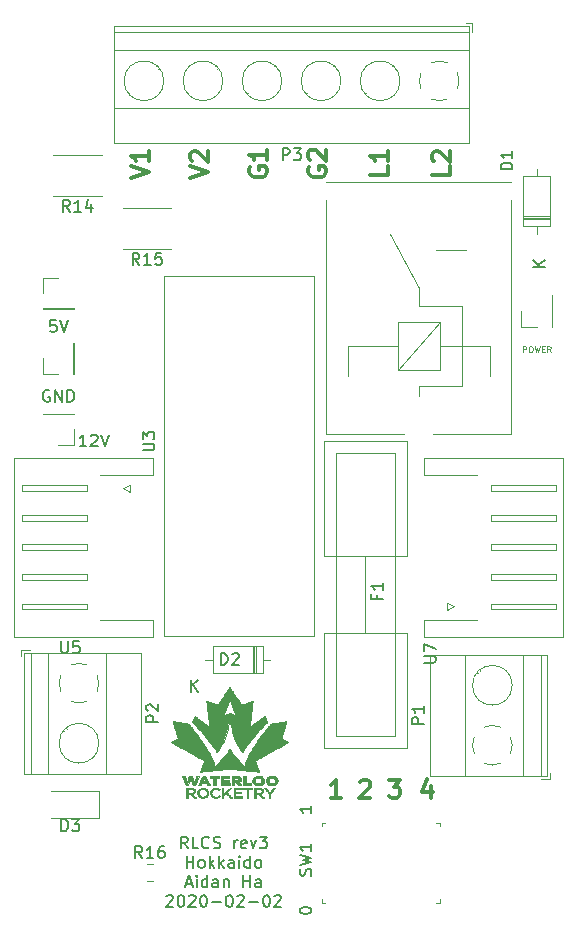
<source format=gto>
G04 #@! TF.GenerationSoftware,KiCad,Pcbnew,(5.1.5-0-10_14)*
G04 #@! TF.CreationDate,2020-02-18T21:53:13-05:00*
G04 #@! TF.ProjectId,rlcsv3_modular,726c6373-7633-45f6-9d6f-64756c61722e,rev?*
G04 #@! TF.SameCoordinates,Original*
G04 #@! TF.FileFunction,Legend,Top*
G04 #@! TF.FilePolarity,Positive*
%FSLAX46Y46*%
G04 Gerber Fmt 4.6, Leading zero omitted, Abs format (unit mm)*
G04 Created by KiCad (PCBNEW (5.1.5-0-10_14)) date 2020-02-18 21:53:13*
%MOMM*%
%LPD*%
G04 APERTURE LIST*
%ADD10C,0.300000*%
%ADD11C,0.150000*%
%ADD12C,0.120000*%
%ADD13C,0.010000*%
%ADD14C,0.100000*%
%ADD15C,0.125000*%
G04 APERTURE END LIST*
D10*
X156928571Y-133178571D02*
X156071428Y-133178571D01*
X156500000Y-133178571D02*
X156500000Y-131678571D01*
X156357142Y-131892857D01*
X156214285Y-132035714D01*
X156071428Y-132107142D01*
X158571428Y-131821428D02*
X158642857Y-131750000D01*
X158785714Y-131678571D01*
X159142857Y-131678571D01*
X159285714Y-131750000D01*
X159357142Y-131821428D01*
X159428571Y-131964285D01*
X159428571Y-132107142D01*
X159357142Y-132321428D01*
X158500000Y-133178571D01*
X159428571Y-133178571D01*
X161000000Y-131678571D02*
X161928571Y-131678571D01*
X161428571Y-132250000D01*
X161642857Y-132250000D01*
X161785714Y-132321428D01*
X161857142Y-132392857D01*
X161928571Y-132535714D01*
X161928571Y-132892857D01*
X161857142Y-133035714D01*
X161785714Y-133107142D01*
X161642857Y-133178571D01*
X161214285Y-133178571D01*
X161071428Y-133107142D01*
X161000000Y-133035714D01*
X164535714Y-132178571D02*
X164535714Y-133178571D01*
X164178571Y-131607142D02*
X163821428Y-132678571D01*
X164750000Y-132678571D01*
X166178571Y-79750000D02*
X166178571Y-80464285D01*
X164678571Y-80464285D01*
X164821428Y-79321428D02*
X164750000Y-79250000D01*
X164678571Y-79107142D01*
X164678571Y-78750000D01*
X164750000Y-78607142D01*
X164821428Y-78535714D01*
X164964285Y-78464285D01*
X165107142Y-78464285D01*
X165321428Y-78535714D01*
X166178571Y-79392857D01*
X166178571Y-78464285D01*
X160928571Y-79750000D02*
X160928571Y-80464285D01*
X159428571Y-80464285D01*
X160928571Y-78464285D02*
X160928571Y-79321428D01*
X160928571Y-78892857D02*
X159428571Y-78892857D01*
X159642857Y-79035714D01*
X159785714Y-79178571D01*
X159857142Y-79321428D01*
D11*
X143952380Y-137477380D02*
X143619047Y-137001190D01*
X143380952Y-137477380D02*
X143380952Y-136477380D01*
X143761904Y-136477380D01*
X143857142Y-136525000D01*
X143904761Y-136572619D01*
X143952380Y-136667857D01*
X143952380Y-136810714D01*
X143904761Y-136905952D01*
X143857142Y-136953571D01*
X143761904Y-137001190D01*
X143380952Y-137001190D01*
X144857142Y-137477380D02*
X144380952Y-137477380D01*
X144380952Y-136477380D01*
X145761904Y-137382142D02*
X145714285Y-137429761D01*
X145571428Y-137477380D01*
X145476190Y-137477380D01*
X145333333Y-137429761D01*
X145238095Y-137334523D01*
X145190476Y-137239285D01*
X145142857Y-137048809D01*
X145142857Y-136905952D01*
X145190476Y-136715476D01*
X145238095Y-136620238D01*
X145333333Y-136525000D01*
X145476190Y-136477380D01*
X145571428Y-136477380D01*
X145714285Y-136525000D01*
X145761904Y-136572619D01*
X146142857Y-137429761D02*
X146285714Y-137477380D01*
X146523809Y-137477380D01*
X146619047Y-137429761D01*
X146666666Y-137382142D01*
X146714285Y-137286904D01*
X146714285Y-137191666D01*
X146666666Y-137096428D01*
X146619047Y-137048809D01*
X146523809Y-137001190D01*
X146333333Y-136953571D01*
X146238095Y-136905952D01*
X146190476Y-136858333D01*
X146142857Y-136763095D01*
X146142857Y-136667857D01*
X146190476Y-136572619D01*
X146238095Y-136525000D01*
X146333333Y-136477380D01*
X146571428Y-136477380D01*
X146714285Y-136525000D01*
X147904761Y-137477380D02*
X147904761Y-136810714D01*
X147904761Y-137001190D02*
X147952380Y-136905952D01*
X148000000Y-136858333D01*
X148095238Y-136810714D01*
X148190476Y-136810714D01*
X148904761Y-137429761D02*
X148809523Y-137477380D01*
X148619047Y-137477380D01*
X148523809Y-137429761D01*
X148476190Y-137334523D01*
X148476190Y-136953571D01*
X148523809Y-136858333D01*
X148619047Y-136810714D01*
X148809523Y-136810714D01*
X148904761Y-136858333D01*
X148952380Y-136953571D01*
X148952380Y-137048809D01*
X148476190Y-137144047D01*
X149285714Y-136810714D02*
X149523809Y-137477380D01*
X149761904Y-136810714D01*
X150047619Y-136477380D02*
X150666666Y-136477380D01*
X150333333Y-136858333D01*
X150476190Y-136858333D01*
X150571428Y-136905952D01*
X150619047Y-136953571D01*
X150666666Y-137048809D01*
X150666666Y-137286904D01*
X150619047Y-137382142D01*
X150571428Y-137429761D01*
X150476190Y-137477380D01*
X150190476Y-137477380D01*
X150095238Y-137429761D01*
X150047619Y-137382142D01*
X143857142Y-139127380D02*
X143857142Y-138127380D01*
X143857142Y-138603571D02*
X144428571Y-138603571D01*
X144428571Y-139127380D02*
X144428571Y-138127380D01*
X145047619Y-139127380D02*
X144952380Y-139079761D01*
X144904761Y-139032142D01*
X144857142Y-138936904D01*
X144857142Y-138651190D01*
X144904761Y-138555952D01*
X144952380Y-138508333D01*
X145047619Y-138460714D01*
X145190476Y-138460714D01*
X145285714Y-138508333D01*
X145333333Y-138555952D01*
X145380952Y-138651190D01*
X145380952Y-138936904D01*
X145333333Y-139032142D01*
X145285714Y-139079761D01*
X145190476Y-139127380D01*
X145047619Y-139127380D01*
X145809523Y-139127380D02*
X145809523Y-138127380D01*
X145904761Y-138746428D02*
X146190476Y-139127380D01*
X146190476Y-138460714D02*
X145809523Y-138841666D01*
X146619047Y-139127380D02*
X146619047Y-138127380D01*
X146714285Y-138746428D02*
X147000000Y-139127380D01*
X147000000Y-138460714D02*
X146619047Y-138841666D01*
X147857142Y-139127380D02*
X147857142Y-138603571D01*
X147809523Y-138508333D01*
X147714285Y-138460714D01*
X147523809Y-138460714D01*
X147428571Y-138508333D01*
X147857142Y-139079761D02*
X147761904Y-139127380D01*
X147523809Y-139127380D01*
X147428571Y-139079761D01*
X147380952Y-138984523D01*
X147380952Y-138889285D01*
X147428571Y-138794047D01*
X147523809Y-138746428D01*
X147761904Y-138746428D01*
X147857142Y-138698809D01*
X148333333Y-139127380D02*
X148333333Y-138460714D01*
X148333333Y-138127380D02*
X148285714Y-138175000D01*
X148333333Y-138222619D01*
X148380952Y-138175000D01*
X148333333Y-138127380D01*
X148333333Y-138222619D01*
X149238095Y-139127380D02*
X149238095Y-138127380D01*
X149238095Y-139079761D02*
X149142857Y-139127380D01*
X148952380Y-139127380D01*
X148857142Y-139079761D01*
X148809523Y-139032142D01*
X148761904Y-138936904D01*
X148761904Y-138651190D01*
X148809523Y-138555952D01*
X148857142Y-138508333D01*
X148952380Y-138460714D01*
X149142857Y-138460714D01*
X149238095Y-138508333D01*
X149857142Y-139127380D02*
X149761904Y-139079761D01*
X149714285Y-139032142D01*
X149666666Y-138936904D01*
X149666666Y-138651190D01*
X149714285Y-138555952D01*
X149761904Y-138508333D01*
X149857142Y-138460714D01*
X150000000Y-138460714D01*
X150095238Y-138508333D01*
X150142857Y-138555952D01*
X150190476Y-138651190D01*
X150190476Y-138936904D01*
X150142857Y-139032142D01*
X150095238Y-139079761D01*
X150000000Y-139127380D01*
X149857142Y-139127380D01*
X143809523Y-140491666D02*
X144285714Y-140491666D01*
X143714285Y-140777380D02*
X144047619Y-139777380D01*
X144380952Y-140777380D01*
X144714285Y-140777380D02*
X144714285Y-140110714D01*
X144714285Y-139777380D02*
X144666666Y-139825000D01*
X144714285Y-139872619D01*
X144761904Y-139825000D01*
X144714285Y-139777380D01*
X144714285Y-139872619D01*
X145619047Y-140777380D02*
X145619047Y-139777380D01*
X145619047Y-140729761D02*
X145523809Y-140777380D01*
X145333333Y-140777380D01*
X145238095Y-140729761D01*
X145190476Y-140682142D01*
X145142857Y-140586904D01*
X145142857Y-140301190D01*
X145190476Y-140205952D01*
X145238095Y-140158333D01*
X145333333Y-140110714D01*
X145523809Y-140110714D01*
X145619047Y-140158333D01*
X146523809Y-140777380D02*
X146523809Y-140253571D01*
X146476190Y-140158333D01*
X146380952Y-140110714D01*
X146190476Y-140110714D01*
X146095238Y-140158333D01*
X146523809Y-140729761D02*
X146428571Y-140777380D01*
X146190476Y-140777380D01*
X146095238Y-140729761D01*
X146047619Y-140634523D01*
X146047619Y-140539285D01*
X146095238Y-140444047D01*
X146190476Y-140396428D01*
X146428571Y-140396428D01*
X146523809Y-140348809D01*
X147000000Y-140110714D02*
X147000000Y-140777380D01*
X147000000Y-140205952D02*
X147047619Y-140158333D01*
X147142857Y-140110714D01*
X147285714Y-140110714D01*
X147380952Y-140158333D01*
X147428571Y-140253571D01*
X147428571Y-140777380D01*
X148666666Y-140777380D02*
X148666666Y-139777380D01*
X148666666Y-140253571D02*
X149238095Y-140253571D01*
X149238095Y-140777380D02*
X149238095Y-139777380D01*
X150142857Y-140777380D02*
X150142857Y-140253571D01*
X150095238Y-140158333D01*
X150000000Y-140110714D01*
X149809523Y-140110714D01*
X149714285Y-140158333D01*
X150142857Y-140729761D02*
X150047619Y-140777380D01*
X149809523Y-140777380D01*
X149714285Y-140729761D01*
X149666666Y-140634523D01*
X149666666Y-140539285D01*
X149714285Y-140444047D01*
X149809523Y-140396428D01*
X150047619Y-140396428D01*
X150142857Y-140348809D01*
X142142857Y-141522619D02*
X142190476Y-141475000D01*
X142285714Y-141427380D01*
X142523809Y-141427380D01*
X142619047Y-141475000D01*
X142666666Y-141522619D01*
X142714285Y-141617857D01*
X142714285Y-141713095D01*
X142666666Y-141855952D01*
X142095238Y-142427380D01*
X142714285Y-142427380D01*
X143333333Y-141427380D02*
X143428571Y-141427380D01*
X143523809Y-141475000D01*
X143571428Y-141522619D01*
X143619047Y-141617857D01*
X143666666Y-141808333D01*
X143666666Y-142046428D01*
X143619047Y-142236904D01*
X143571428Y-142332142D01*
X143523809Y-142379761D01*
X143428571Y-142427380D01*
X143333333Y-142427380D01*
X143238095Y-142379761D01*
X143190476Y-142332142D01*
X143142857Y-142236904D01*
X143095238Y-142046428D01*
X143095238Y-141808333D01*
X143142857Y-141617857D01*
X143190476Y-141522619D01*
X143238095Y-141475000D01*
X143333333Y-141427380D01*
X144047619Y-141522619D02*
X144095238Y-141475000D01*
X144190476Y-141427380D01*
X144428571Y-141427380D01*
X144523809Y-141475000D01*
X144571428Y-141522619D01*
X144619047Y-141617857D01*
X144619047Y-141713095D01*
X144571428Y-141855952D01*
X144000000Y-142427380D01*
X144619047Y-142427380D01*
X145238095Y-141427380D02*
X145333333Y-141427380D01*
X145428571Y-141475000D01*
X145476190Y-141522619D01*
X145523809Y-141617857D01*
X145571428Y-141808333D01*
X145571428Y-142046428D01*
X145523809Y-142236904D01*
X145476190Y-142332142D01*
X145428571Y-142379761D01*
X145333333Y-142427380D01*
X145238095Y-142427380D01*
X145142857Y-142379761D01*
X145095238Y-142332142D01*
X145047619Y-142236904D01*
X145000000Y-142046428D01*
X145000000Y-141808333D01*
X145047619Y-141617857D01*
X145095238Y-141522619D01*
X145142857Y-141475000D01*
X145238095Y-141427380D01*
X146000000Y-142046428D02*
X146761904Y-142046428D01*
X147428571Y-141427380D02*
X147523809Y-141427380D01*
X147619047Y-141475000D01*
X147666666Y-141522619D01*
X147714285Y-141617857D01*
X147761904Y-141808333D01*
X147761904Y-142046428D01*
X147714285Y-142236904D01*
X147666666Y-142332142D01*
X147619047Y-142379761D01*
X147523809Y-142427380D01*
X147428571Y-142427380D01*
X147333333Y-142379761D01*
X147285714Y-142332142D01*
X147238095Y-142236904D01*
X147190476Y-142046428D01*
X147190476Y-141808333D01*
X147238095Y-141617857D01*
X147285714Y-141522619D01*
X147333333Y-141475000D01*
X147428571Y-141427380D01*
X148142857Y-141522619D02*
X148190476Y-141475000D01*
X148285714Y-141427380D01*
X148523809Y-141427380D01*
X148619047Y-141475000D01*
X148666666Y-141522619D01*
X148714285Y-141617857D01*
X148714285Y-141713095D01*
X148666666Y-141855952D01*
X148095238Y-142427380D01*
X148714285Y-142427380D01*
X149142857Y-142046428D02*
X149904761Y-142046428D01*
X150571428Y-141427380D02*
X150666666Y-141427380D01*
X150761904Y-141475000D01*
X150809523Y-141522619D01*
X150857142Y-141617857D01*
X150904761Y-141808333D01*
X150904761Y-142046428D01*
X150857142Y-142236904D01*
X150809523Y-142332142D01*
X150761904Y-142379761D01*
X150666666Y-142427380D01*
X150571428Y-142427380D01*
X150476190Y-142379761D01*
X150428571Y-142332142D01*
X150380952Y-142236904D01*
X150333333Y-142046428D01*
X150333333Y-141808333D01*
X150380952Y-141617857D01*
X150428571Y-141522619D01*
X150476190Y-141475000D01*
X150571428Y-141427380D01*
X151285714Y-141522619D02*
X151333333Y-141475000D01*
X151428571Y-141427380D01*
X151666666Y-141427380D01*
X151761904Y-141475000D01*
X151809523Y-141522619D01*
X151857142Y-141617857D01*
X151857142Y-141713095D01*
X151809523Y-141855952D01*
X151238095Y-142427380D01*
X151857142Y-142427380D01*
D10*
X154250000Y-79821428D02*
X154178571Y-79964285D01*
X154178571Y-80178571D01*
X154250000Y-80392857D01*
X154392857Y-80535714D01*
X154535714Y-80607142D01*
X154821428Y-80678571D01*
X155035714Y-80678571D01*
X155321428Y-80607142D01*
X155464285Y-80535714D01*
X155607142Y-80392857D01*
X155678571Y-80178571D01*
X155678571Y-80035714D01*
X155607142Y-79821428D01*
X155535714Y-79750000D01*
X155035714Y-79750000D01*
X155035714Y-80035714D01*
X154321428Y-79178571D02*
X154250000Y-79107142D01*
X154178571Y-78964285D01*
X154178571Y-78607142D01*
X154250000Y-78464285D01*
X154321428Y-78392857D01*
X154464285Y-78321428D01*
X154607142Y-78321428D01*
X154821428Y-78392857D01*
X155678571Y-79250000D01*
X155678571Y-78321428D01*
X149250000Y-79821428D02*
X149178571Y-79964285D01*
X149178571Y-80178571D01*
X149250000Y-80392857D01*
X149392857Y-80535714D01*
X149535714Y-80607142D01*
X149821428Y-80678571D01*
X150035714Y-80678571D01*
X150321428Y-80607142D01*
X150464285Y-80535714D01*
X150607142Y-80392857D01*
X150678571Y-80178571D01*
X150678571Y-80035714D01*
X150607142Y-79821428D01*
X150535714Y-79750000D01*
X150035714Y-79750000D01*
X150035714Y-80035714D01*
X150678571Y-78321428D02*
X150678571Y-79178571D01*
X150678571Y-78750000D02*
X149178571Y-78750000D01*
X149392857Y-78892857D01*
X149535714Y-79035714D01*
X149607142Y-79178571D01*
X144178571Y-80714285D02*
X145678571Y-80214285D01*
X144178571Y-79714285D01*
X144321428Y-79285714D02*
X144250000Y-79214285D01*
X144178571Y-79071428D01*
X144178571Y-78714285D01*
X144250000Y-78571428D01*
X144321428Y-78500000D01*
X144464285Y-78428571D01*
X144607142Y-78428571D01*
X144821428Y-78500000D01*
X145678571Y-79357142D01*
X145678571Y-78428571D01*
X139178571Y-80714285D02*
X140678571Y-80214285D01*
X139178571Y-79714285D01*
X140678571Y-78428571D02*
X140678571Y-79285714D01*
X140678571Y-78857142D02*
X139178571Y-78857142D01*
X139392857Y-79000000D01*
X139535714Y-79142857D01*
X139607142Y-79285714D01*
D12*
X140488748Y-140210000D02*
X141011252Y-140210000D01*
X140488748Y-138790000D02*
X141011252Y-138790000D01*
X136460000Y-132615000D02*
X132400000Y-132615000D01*
X136460000Y-134885000D02*
X136460000Y-132615000D01*
X132400000Y-134885000D02*
X136460000Y-134885000D01*
X129850000Y-120660000D02*
X129850000Y-121160000D01*
X130590000Y-120660000D02*
X129850000Y-120660000D01*
X133727000Y-127353000D02*
X133681000Y-127306000D01*
X136025000Y-129650000D02*
X135989000Y-129615000D01*
X133511000Y-127546000D02*
X133476000Y-127511000D01*
X135819000Y-129855000D02*
X135773000Y-129808000D01*
X140011000Y-131180000D02*
X130090000Y-131180000D01*
X140011000Y-120900000D02*
X130090000Y-120900000D01*
X130090000Y-120900000D02*
X130090000Y-131180000D01*
X140011000Y-120900000D02*
X140011000Y-131180000D01*
X137051000Y-120900000D02*
X137051000Y-131180000D01*
X132150000Y-120900000D02*
X132150000Y-131180000D01*
X130650000Y-120900000D02*
X130650000Y-131180000D01*
X136430000Y-128580000D02*
G75*
G03X136430000Y-128580000I-1680000J0D01*
G01*
X133069747Y-123528805D02*
G75*
G02X133215000Y-122816000I1680253J28805D01*
G01*
X134066958Y-121964574D02*
G75*
G02X135434000Y-121965000I683042J-1535426D01*
G01*
X136285426Y-122816958D02*
G75*
G02X136285000Y-124184000I-1535426J-683042D01*
G01*
X135433042Y-125035426D02*
G75*
G02X134066000Y-125035000I-683042J1535426D01*
G01*
X133215244Y-124183318D02*
G75*
G02X133070000Y-123500000I1534756J683318D01*
G01*
X168050000Y-67600000D02*
X167550000Y-67600000D01*
X168050000Y-68340000D02*
X168050000Y-67600000D01*
X141477000Y-71477000D02*
X141524000Y-71431000D01*
X139180000Y-73775000D02*
X139215000Y-73739000D01*
X141284000Y-71261000D02*
X141319000Y-71226000D01*
X138975000Y-73569000D02*
X139022000Y-73523000D01*
X146477000Y-71477000D02*
X146524000Y-71431000D01*
X144180000Y-73775000D02*
X144215000Y-73739000D01*
X146284000Y-71261000D02*
X146319000Y-71226000D01*
X143975000Y-73569000D02*
X144022000Y-73523000D01*
X151477000Y-71477000D02*
X151524000Y-71431000D01*
X149180000Y-73775000D02*
X149215000Y-73739000D01*
X151284000Y-71261000D02*
X151319000Y-71226000D01*
X148975000Y-73569000D02*
X149022000Y-73523000D01*
X156477000Y-71477000D02*
X156524000Y-71431000D01*
X154180000Y-73775000D02*
X154215000Y-73739000D01*
X156284000Y-71261000D02*
X156319000Y-71226000D01*
X153975000Y-73569000D02*
X154022000Y-73523000D01*
X161477000Y-71477000D02*
X161524000Y-71431000D01*
X159180000Y-73775000D02*
X159215000Y-73739000D01*
X161284000Y-71261000D02*
X161319000Y-71226000D01*
X158975000Y-73569000D02*
X159022000Y-73523000D01*
X137690000Y-77761000D02*
X137690000Y-67840000D01*
X167810000Y-77761000D02*
X167810000Y-67840000D01*
X167810000Y-67840000D02*
X137690000Y-67840000D01*
X167810000Y-77761000D02*
X137690000Y-77761000D01*
X167810000Y-74801000D02*
X137690000Y-74801000D01*
X167810000Y-69900000D02*
X137690000Y-69900000D01*
X167810000Y-68400000D02*
X137690000Y-68400000D01*
X141930000Y-72500000D02*
G75*
G03X141930000Y-72500000I-1680000J0D01*
G01*
X146930000Y-72500000D02*
G75*
G03X146930000Y-72500000I-1680000J0D01*
G01*
X151930000Y-72500000D02*
G75*
G03X151930000Y-72500000I-1680000J0D01*
G01*
X156930000Y-72500000D02*
G75*
G03X156930000Y-72500000I-1680000J0D01*
G01*
X161930000Y-72500000D02*
G75*
G03X161930000Y-72500000I-1680000J0D01*
G01*
X165221195Y-70819747D02*
G75*
G02X165934000Y-70965000I28805J-1680253D01*
G01*
X166785426Y-71816958D02*
G75*
G02X166785000Y-73184000I-1535426J-683042D01*
G01*
X165933042Y-74035426D02*
G75*
G02X164566000Y-74035000I-683042J1535426D01*
G01*
X163714574Y-73183042D02*
G75*
G02X163715000Y-71816000I1535426J683042D01*
G01*
X164566682Y-70965244D02*
G75*
G02X165250000Y-70820000I683318J-1534756D01*
G01*
X139100000Y-107300000D02*
X138500000Y-107000000D01*
X139100000Y-106700000D02*
X139100000Y-107300000D01*
X138500000Y-107000000D02*
X139100000Y-106700000D01*
X135400000Y-117250000D02*
X135400000Y-116750000D01*
X129900000Y-117250000D02*
X135400000Y-117250000D01*
X129900000Y-116750000D02*
X129900000Y-117250000D01*
X135400000Y-116750000D02*
X129900000Y-116750000D01*
X135400000Y-114750000D02*
X135400000Y-114250000D01*
X129900000Y-114750000D02*
X135400000Y-114750000D01*
X129900000Y-114250000D02*
X129900000Y-114750000D01*
X135400000Y-114250000D02*
X129900000Y-114250000D01*
X135400000Y-112250000D02*
X135400000Y-111750000D01*
X129900000Y-112250000D02*
X135400000Y-112250000D01*
X129900000Y-111750000D02*
X129900000Y-112250000D01*
X135400000Y-111750000D02*
X129900000Y-111750000D01*
X135400000Y-109750000D02*
X135400000Y-109250000D01*
X129900000Y-109750000D02*
X135400000Y-109750000D01*
X129900000Y-109250000D02*
X129900000Y-109750000D01*
X135400000Y-109250000D02*
X129900000Y-109250000D01*
X135400000Y-107250000D02*
X135400000Y-106750000D01*
X129900000Y-107250000D02*
X135400000Y-107250000D01*
X129900000Y-106750000D02*
X129900000Y-107250000D01*
X135400000Y-106750000D02*
X129900000Y-106750000D01*
X141010000Y-118140000D02*
X136510000Y-118140000D01*
X141010000Y-119560000D02*
X141010000Y-118140000D01*
X129290000Y-119560000D02*
X141010000Y-119560000D01*
X129290000Y-112000000D02*
X129290000Y-119560000D01*
X141010000Y-105860000D02*
X136510000Y-105860000D01*
X141010000Y-104440000D02*
X141010000Y-105860000D01*
X129290000Y-104440000D02*
X141010000Y-104440000D01*
X129290000Y-112000000D02*
X129290000Y-104440000D01*
X141960000Y-119540000D02*
X141960000Y-89060000D01*
X141960000Y-89060000D02*
X154660000Y-89060000D01*
X154660000Y-89060000D02*
X154660000Y-119540000D01*
X154660000Y-119540000D02*
X141960000Y-119540000D01*
D13*
G36*
X147505801Y-123816706D02*
G01*
X147520573Y-123837773D01*
X147543707Y-123871687D01*
X147574555Y-123917469D01*
X147612463Y-123974138D01*
X147656782Y-124040716D01*
X147706860Y-124116222D01*
X147762045Y-124199676D01*
X147821687Y-124290100D01*
X147885134Y-124386513D01*
X147951736Y-124487936D01*
X148003714Y-124567233D01*
X148072278Y-124671794D01*
X148138195Y-124772085D01*
X148200813Y-124867125D01*
X148259480Y-124955935D01*
X148313543Y-125037535D01*
X148362351Y-125110945D01*
X148405249Y-125175186D01*
X148441587Y-125229277D01*
X148470711Y-125272239D01*
X148491969Y-125303092D01*
X148504709Y-125320856D01*
X148508287Y-125325000D01*
X148518762Y-125321716D01*
X148545749Y-125312289D01*
X148587503Y-125297351D01*
X148642281Y-125277536D01*
X148708338Y-125253479D01*
X148783930Y-125225813D01*
X148867313Y-125195173D01*
X148956742Y-125162192D01*
X148986015Y-125151371D01*
X149076791Y-125117877D01*
X149161918Y-125086620D01*
X149239676Y-125058221D01*
X149308344Y-125033300D01*
X149366202Y-125012478D01*
X149411532Y-124996378D01*
X149442611Y-124985618D01*
X149457722Y-124980821D01*
X149458909Y-124980650D01*
X149458393Y-124989274D01*
X149456066Y-125013761D01*
X149452039Y-125053120D01*
X149446418Y-125106360D01*
X149439314Y-125172489D01*
X149430834Y-125250516D01*
X149421088Y-125339450D01*
X149410184Y-125438300D01*
X149398231Y-125546073D01*
X149385338Y-125661780D01*
X149371613Y-125784428D01*
X149357165Y-125913027D01*
X149342103Y-126046585D01*
X149337992Y-126082960D01*
X149322788Y-126217683D01*
X149308177Y-126347718D01*
X149294267Y-126472074D01*
X149281167Y-126589757D01*
X149268985Y-126699777D01*
X149257828Y-126801142D01*
X149247807Y-126892859D01*
X149239027Y-126973937D01*
X149231599Y-127043385D01*
X149225629Y-127100209D01*
X149221227Y-127143419D01*
X149218501Y-127172022D01*
X149217558Y-127185027D01*
X149217622Y-127185734D01*
X149225499Y-127180771D01*
X149247146Y-127165374D01*
X149281453Y-127140369D01*
X149327309Y-127106580D01*
X149383605Y-127064834D01*
X149449232Y-127015957D01*
X149523079Y-126960774D01*
X149604038Y-126900111D01*
X149690998Y-126834794D01*
X149782849Y-126765649D01*
X149831360Y-126729070D01*
X149925383Y-126658165D01*
X150015123Y-126590550D01*
X150099465Y-126527062D01*
X150177290Y-126468538D01*
X150247484Y-126415816D01*
X150308930Y-126369733D01*
X150360511Y-126331128D01*
X150401112Y-126300837D01*
X150429616Y-126279698D01*
X150444906Y-126268549D01*
X150447251Y-126266981D01*
X150451810Y-126274196D01*
X150462331Y-126295480D01*
X150477992Y-126328982D01*
X150497969Y-126372850D01*
X150521441Y-126425233D01*
X150547586Y-126484278D01*
X150575581Y-126548134D01*
X150604604Y-126614950D01*
X150633833Y-126682873D01*
X150662444Y-126750051D01*
X150675572Y-126781142D01*
X150670599Y-126790037D01*
X150654775Y-126808595D01*
X150630669Y-126833965D01*
X150605414Y-126858926D01*
X150482842Y-126979638D01*
X150354523Y-127111038D01*
X150221688Y-127251628D01*
X150085565Y-127399909D01*
X149947385Y-127554384D01*
X149808378Y-127713553D01*
X149669773Y-127875918D01*
X149532801Y-128039982D01*
X149398690Y-128204245D01*
X149268672Y-128367210D01*
X149143976Y-128527378D01*
X149025831Y-128683251D01*
X148915468Y-128833330D01*
X148814116Y-128976117D01*
X148723006Y-129110114D01*
X148643366Y-129233823D01*
X148606620Y-129294049D01*
X148592358Y-129314154D01*
X148580156Y-129324949D01*
X148575709Y-129325471D01*
X148567441Y-129316892D01*
X148550863Y-129296523D01*
X148528054Y-129267023D01*
X148501092Y-129231051D01*
X148487812Y-129212989D01*
X148374450Y-129049826D01*
X148267580Y-128879204D01*
X148166819Y-128700177D01*
X148071781Y-128511800D01*
X147982082Y-128313127D01*
X147897336Y-128103213D01*
X147817160Y-127881112D01*
X147741167Y-127645880D01*
X147668974Y-127396571D01*
X147600196Y-127132238D01*
X147543772Y-126893450D01*
X147531905Y-126842064D01*
X147521000Y-126796832D01*
X147511686Y-126760210D01*
X147504594Y-126734652D01*
X147500354Y-126722614D01*
X147499774Y-126722000D01*
X147496223Y-126729852D01*
X147489895Y-126751487D01*
X147481547Y-126784024D01*
X147471938Y-126824581D01*
X147466916Y-126846883D01*
X147399602Y-127134716D01*
X147328544Y-127406680D01*
X147253413Y-127663589D01*
X147173882Y-127906254D01*
X147089622Y-128135491D01*
X147000305Y-128352111D01*
X146905602Y-128556929D01*
X146805186Y-128750758D01*
X146698728Y-128934411D01*
X146585901Y-129108702D01*
X146512187Y-129212989D01*
X146484008Y-129251052D01*
X146459023Y-129283871D01*
X146439309Y-129308788D01*
X146426944Y-129323143D01*
X146424290Y-129325471D01*
X146414905Y-129321538D01*
X146401303Y-129306102D01*
X146393379Y-129294049D01*
X146320716Y-129177094D01*
X146235963Y-129049048D01*
X146140348Y-128911409D01*
X146035103Y-128765677D01*
X145921459Y-128613350D01*
X145800644Y-128455928D01*
X145673891Y-128294909D01*
X145542428Y-128131793D01*
X145407487Y-127968079D01*
X145270298Y-127805266D01*
X145132092Y-127644852D01*
X144994097Y-127488337D01*
X144857546Y-127337220D01*
X144723668Y-127193000D01*
X144593694Y-127057175D01*
X144468854Y-126931246D01*
X144394705Y-126858926D01*
X144365515Y-126829994D01*
X144342412Y-126805427D01*
X144327967Y-126788073D01*
X144324427Y-126781099D01*
X144348755Y-126723432D01*
X144375014Y-126662003D01*
X144402324Y-126598797D01*
X144429804Y-126535796D01*
X144456572Y-126474985D01*
X144481747Y-126418347D01*
X144504449Y-126367865D01*
X144523795Y-126325522D01*
X144538905Y-126293302D01*
X144548896Y-126273188D01*
X144552811Y-126267080D01*
X144561042Y-126272872D01*
X144583047Y-126289074D01*
X144617711Y-126314851D01*
X144663917Y-126349363D01*
X144720548Y-126391776D01*
X144786487Y-126441249D01*
X144860620Y-126496948D01*
X144941828Y-126558033D01*
X145028996Y-126623669D01*
X145121007Y-126693017D01*
X145168752Y-126729027D01*
X145262677Y-126799808D01*
X145352276Y-126867183D01*
X145436440Y-126930327D01*
X145514060Y-126988414D01*
X145584025Y-127040619D01*
X145645226Y-127086115D01*
X145696554Y-127124078D01*
X145736899Y-127153680D01*
X145765150Y-127174097D01*
X145780198Y-127184502D01*
X145782433Y-127185687D01*
X145781978Y-127177011D01*
X145779712Y-127152471D01*
X145775742Y-127113061D01*
X145770176Y-127059772D01*
X145763123Y-126993595D01*
X145754691Y-126915523D01*
X145744988Y-126826547D01*
X145734122Y-126727659D01*
X145722203Y-126619851D01*
X145709337Y-126504114D01*
X145695634Y-126381441D01*
X145682579Y-126265100D01*
X146986022Y-126265100D01*
X146991505Y-126261660D01*
X147008300Y-126248710D01*
X147033454Y-126228562D01*
X147050940Y-126214300D01*
X147090114Y-126184552D01*
X147133740Y-126155111D01*
X147173771Y-126131333D01*
X147182187Y-126126945D01*
X147250974Y-126096238D01*
X147317662Y-126075392D01*
X147388451Y-126063077D01*
X147469543Y-126057959D01*
X147504980Y-126057627D01*
X147560082Y-126058236D01*
X147601361Y-126060263D01*
X147634898Y-126064424D01*
X147666775Y-126071434D01*
X147697568Y-126080311D01*
X147785448Y-126112411D01*
X147862925Y-126152653D01*
X147937166Y-126204860D01*
X147948883Y-126214300D01*
X147977630Y-126237585D01*
X147999746Y-126255039D01*
X148012277Y-126264354D01*
X148013978Y-126265100D01*
X148010707Y-126256515D01*
X148001956Y-126232940D01*
X147988160Y-126195556D01*
X147969750Y-126145542D01*
X147947161Y-126084079D01*
X147920825Y-126012346D01*
X147891177Y-125931526D01*
X147858650Y-125842796D01*
X147823676Y-125747339D01*
X147786690Y-125646333D01*
X147758221Y-125568552D01*
X147720015Y-125464304D01*
X147683445Y-125364822D01*
X147648947Y-125271275D01*
X147616959Y-125184835D01*
X147587917Y-125106671D01*
X147562258Y-125037955D01*
X147540419Y-124979857D01*
X147522836Y-124933547D01*
X147509947Y-124900197D01*
X147502188Y-124880976D01*
X147500000Y-124876537D01*
X147496361Y-124884430D01*
X147487266Y-124907327D01*
X147473151Y-124944059D01*
X147454453Y-124993454D01*
X147431608Y-125054343D01*
X147405054Y-125125553D01*
X147375228Y-125205916D01*
X147342565Y-125294261D01*
X147307503Y-125389416D01*
X147270479Y-125490211D01*
X147241779Y-125568552D01*
X147203580Y-125672909D01*
X147167072Y-125772594D01*
X147132689Y-125866425D01*
X147100865Y-125953223D01*
X147072031Y-126031808D01*
X147046623Y-126100998D01*
X147025073Y-126159615D01*
X147007814Y-126206477D01*
X146995280Y-126240405D01*
X146987905Y-126260218D01*
X146986022Y-126265100D01*
X145682579Y-126265100D01*
X145681201Y-126252823D01*
X145666147Y-126119253D01*
X145662043Y-126082930D01*
X145646839Y-125948212D01*
X145632222Y-125818188D01*
X145618301Y-125693847D01*
X145605183Y-125576183D01*
X145592978Y-125466186D01*
X145581794Y-125364847D01*
X145571739Y-125273159D01*
X145562923Y-125192112D01*
X145555454Y-125122698D01*
X145549440Y-125065908D01*
X145544990Y-125022733D01*
X145542214Y-124994166D01*
X145541218Y-124981197D01*
X145541268Y-124980500D01*
X145550808Y-124983193D01*
X145576881Y-124992051D01*
X145617768Y-125006453D01*
X145671749Y-125025780D01*
X145737104Y-125049411D01*
X145812113Y-125076726D01*
X145895057Y-125107106D01*
X145984216Y-125139930D01*
X146014854Y-125151246D01*
X146105872Y-125184838D01*
X146191375Y-125216290D01*
X146269624Y-125244972D01*
X146338877Y-125270249D01*
X146397395Y-125291489D01*
X146443437Y-125308058D01*
X146475262Y-125319323D01*
X146491130Y-125324652D01*
X146492557Y-125325000D01*
X146498355Y-125317759D01*
X146513165Y-125296691D01*
X146536336Y-125262775D01*
X146567216Y-125216990D01*
X146605154Y-125160318D01*
X146649498Y-125093736D01*
X146699596Y-125018226D01*
X146754798Y-124934766D01*
X146814451Y-124844338D01*
X146877904Y-124747919D01*
X146944506Y-124646492D01*
X146996452Y-124567233D01*
X147064994Y-124462675D01*
X147130875Y-124362388D01*
X147193441Y-124267350D01*
X147252043Y-124178542D01*
X147306030Y-124096943D01*
X147354750Y-124023533D01*
X147397552Y-123959293D01*
X147433785Y-123905201D01*
X147462798Y-123862237D01*
X147483940Y-123831382D01*
X147496559Y-123813614D01*
X147500045Y-123809467D01*
X147505801Y-123816706D01*
G37*
X147505801Y-123816706D02*
X147520573Y-123837773D01*
X147543707Y-123871687D01*
X147574555Y-123917469D01*
X147612463Y-123974138D01*
X147656782Y-124040716D01*
X147706860Y-124116222D01*
X147762045Y-124199676D01*
X147821687Y-124290100D01*
X147885134Y-124386513D01*
X147951736Y-124487936D01*
X148003714Y-124567233D01*
X148072278Y-124671794D01*
X148138195Y-124772085D01*
X148200813Y-124867125D01*
X148259480Y-124955935D01*
X148313543Y-125037535D01*
X148362351Y-125110945D01*
X148405249Y-125175186D01*
X148441587Y-125229277D01*
X148470711Y-125272239D01*
X148491969Y-125303092D01*
X148504709Y-125320856D01*
X148508287Y-125325000D01*
X148518762Y-125321716D01*
X148545749Y-125312289D01*
X148587503Y-125297351D01*
X148642281Y-125277536D01*
X148708338Y-125253479D01*
X148783930Y-125225813D01*
X148867313Y-125195173D01*
X148956742Y-125162192D01*
X148986015Y-125151371D01*
X149076791Y-125117877D01*
X149161918Y-125086620D01*
X149239676Y-125058221D01*
X149308344Y-125033300D01*
X149366202Y-125012478D01*
X149411532Y-124996378D01*
X149442611Y-124985618D01*
X149457722Y-124980821D01*
X149458909Y-124980650D01*
X149458393Y-124989274D01*
X149456066Y-125013761D01*
X149452039Y-125053120D01*
X149446418Y-125106360D01*
X149439314Y-125172489D01*
X149430834Y-125250516D01*
X149421088Y-125339450D01*
X149410184Y-125438300D01*
X149398231Y-125546073D01*
X149385338Y-125661780D01*
X149371613Y-125784428D01*
X149357165Y-125913027D01*
X149342103Y-126046585D01*
X149337992Y-126082960D01*
X149322788Y-126217683D01*
X149308177Y-126347718D01*
X149294267Y-126472074D01*
X149281167Y-126589757D01*
X149268985Y-126699777D01*
X149257828Y-126801142D01*
X149247807Y-126892859D01*
X149239027Y-126973937D01*
X149231599Y-127043385D01*
X149225629Y-127100209D01*
X149221227Y-127143419D01*
X149218501Y-127172022D01*
X149217558Y-127185027D01*
X149217622Y-127185734D01*
X149225499Y-127180771D01*
X149247146Y-127165374D01*
X149281453Y-127140369D01*
X149327309Y-127106580D01*
X149383605Y-127064834D01*
X149449232Y-127015957D01*
X149523079Y-126960774D01*
X149604038Y-126900111D01*
X149690998Y-126834794D01*
X149782849Y-126765649D01*
X149831360Y-126729070D01*
X149925383Y-126658165D01*
X150015123Y-126590550D01*
X150099465Y-126527062D01*
X150177290Y-126468538D01*
X150247484Y-126415816D01*
X150308930Y-126369733D01*
X150360511Y-126331128D01*
X150401112Y-126300837D01*
X150429616Y-126279698D01*
X150444906Y-126268549D01*
X150447251Y-126266981D01*
X150451810Y-126274196D01*
X150462331Y-126295480D01*
X150477992Y-126328982D01*
X150497969Y-126372850D01*
X150521441Y-126425233D01*
X150547586Y-126484278D01*
X150575581Y-126548134D01*
X150604604Y-126614950D01*
X150633833Y-126682873D01*
X150662444Y-126750051D01*
X150675572Y-126781142D01*
X150670599Y-126790037D01*
X150654775Y-126808595D01*
X150630669Y-126833965D01*
X150605414Y-126858926D01*
X150482842Y-126979638D01*
X150354523Y-127111038D01*
X150221688Y-127251628D01*
X150085565Y-127399909D01*
X149947385Y-127554384D01*
X149808378Y-127713553D01*
X149669773Y-127875918D01*
X149532801Y-128039982D01*
X149398690Y-128204245D01*
X149268672Y-128367210D01*
X149143976Y-128527378D01*
X149025831Y-128683251D01*
X148915468Y-128833330D01*
X148814116Y-128976117D01*
X148723006Y-129110114D01*
X148643366Y-129233823D01*
X148606620Y-129294049D01*
X148592358Y-129314154D01*
X148580156Y-129324949D01*
X148575709Y-129325471D01*
X148567441Y-129316892D01*
X148550863Y-129296523D01*
X148528054Y-129267023D01*
X148501092Y-129231051D01*
X148487812Y-129212989D01*
X148374450Y-129049826D01*
X148267580Y-128879204D01*
X148166819Y-128700177D01*
X148071781Y-128511800D01*
X147982082Y-128313127D01*
X147897336Y-128103213D01*
X147817160Y-127881112D01*
X147741167Y-127645880D01*
X147668974Y-127396571D01*
X147600196Y-127132238D01*
X147543772Y-126893450D01*
X147531905Y-126842064D01*
X147521000Y-126796832D01*
X147511686Y-126760210D01*
X147504594Y-126734652D01*
X147500354Y-126722614D01*
X147499774Y-126722000D01*
X147496223Y-126729852D01*
X147489895Y-126751487D01*
X147481547Y-126784024D01*
X147471938Y-126824581D01*
X147466916Y-126846883D01*
X147399602Y-127134716D01*
X147328544Y-127406680D01*
X147253413Y-127663589D01*
X147173882Y-127906254D01*
X147089622Y-128135491D01*
X147000305Y-128352111D01*
X146905602Y-128556929D01*
X146805186Y-128750758D01*
X146698728Y-128934411D01*
X146585901Y-129108702D01*
X146512187Y-129212989D01*
X146484008Y-129251052D01*
X146459023Y-129283871D01*
X146439309Y-129308788D01*
X146426944Y-129323143D01*
X146424290Y-129325471D01*
X146414905Y-129321538D01*
X146401303Y-129306102D01*
X146393379Y-129294049D01*
X146320716Y-129177094D01*
X146235963Y-129049048D01*
X146140348Y-128911409D01*
X146035103Y-128765677D01*
X145921459Y-128613350D01*
X145800644Y-128455928D01*
X145673891Y-128294909D01*
X145542428Y-128131793D01*
X145407487Y-127968079D01*
X145270298Y-127805266D01*
X145132092Y-127644852D01*
X144994097Y-127488337D01*
X144857546Y-127337220D01*
X144723668Y-127193000D01*
X144593694Y-127057175D01*
X144468854Y-126931246D01*
X144394705Y-126858926D01*
X144365515Y-126829994D01*
X144342412Y-126805427D01*
X144327967Y-126788073D01*
X144324427Y-126781099D01*
X144348755Y-126723432D01*
X144375014Y-126662003D01*
X144402324Y-126598797D01*
X144429804Y-126535796D01*
X144456572Y-126474985D01*
X144481747Y-126418347D01*
X144504449Y-126367865D01*
X144523795Y-126325522D01*
X144538905Y-126293302D01*
X144548896Y-126273188D01*
X144552811Y-126267080D01*
X144561042Y-126272872D01*
X144583047Y-126289074D01*
X144617711Y-126314851D01*
X144663917Y-126349363D01*
X144720548Y-126391776D01*
X144786487Y-126441249D01*
X144860620Y-126496948D01*
X144941828Y-126558033D01*
X145028996Y-126623669D01*
X145121007Y-126693017D01*
X145168752Y-126729027D01*
X145262677Y-126799808D01*
X145352276Y-126867183D01*
X145436440Y-126930327D01*
X145514060Y-126988414D01*
X145584025Y-127040619D01*
X145645226Y-127086115D01*
X145696554Y-127124078D01*
X145736899Y-127153680D01*
X145765150Y-127174097D01*
X145780198Y-127184502D01*
X145782433Y-127185687D01*
X145781978Y-127177011D01*
X145779712Y-127152471D01*
X145775742Y-127113061D01*
X145770176Y-127059772D01*
X145763123Y-126993595D01*
X145754691Y-126915523D01*
X145744988Y-126826547D01*
X145734122Y-126727659D01*
X145722203Y-126619851D01*
X145709337Y-126504114D01*
X145695634Y-126381441D01*
X145682579Y-126265100D01*
X146986022Y-126265100D01*
X146991505Y-126261660D01*
X147008300Y-126248710D01*
X147033454Y-126228562D01*
X147050940Y-126214300D01*
X147090114Y-126184552D01*
X147133740Y-126155111D01*
X147173771Y-126131333D01*
X147182187Y-126126945D01*
X147250974Y-126096238D01*
X147317662Y-126075392D01*
X147388451Y-126063077D01*
X147469543Y-126057959D01*
X147504980Y-126057627D01*
X147560082Y-126058236D01*
X147601361Y-126060263D01*
X147634898Y-126064424D01*
X147666775Y-126071434D01*
X147697568Y-126080311D01*
X147785448Y-126112411D01*
X147862925Y-126152653D01*
X147937166Y-126204860D01*
X147948883Y-126214300D01*
X147977630Y-126237585D01*
X147999746Y-126255039D01*
X148012277Y-126264354D01*
X148013978Y-126265100D01*
X148010707Y-126256515D01*
X148001956Y-126232940D01*
X147988160Y-126195556D01*
X147969750Y-126145542D01*
X147947161Y-126084079D01*
X147920825Y-126012346D01*
X147891177Y-125931526D01*
X147858650Y-125842796D01*
X147823676Y-125747339D01*
X147786690Y-125646333D01*
X147758221Y-125568552D01*
X147720015Y-125464304D01*
X147683445Y-125364822D01*
X147648947Y-125271275D01*
X147616959Y-125184835D01*
X147587917Y-125106671D01*
X147562258Y-125037955D01*
X147540419Y-124979857D01*
X147522836Y-124933547D01*
X147509947Y-124900197D01*
X147502188Y-124880976D01*
X147500000Y-124876537D01*
X147496361Y-124884430D01*
X147487266Y-124907327D01*
X147473151Y-124944059D01*
X147454453Y-124993454D01*
X147431608Y-125054343D01*
X147405054Y-125125553D01*
X147375228Y-125205916D01*
X147342565Y-125294261D01*
X147307503Y-125389416D01*
X147270479Y-125490211D01*
X147241779Y-125568552D01*
X147203580Y-125672909D01*
X147167072Y-125772594D01*
X147132689Y-125866425D01*
X147100865Y-125953223D01*
X147072031Y-126031808D01*
X147046623Y-126100998D01*
X147025073Y-126159615D01*
X147007814Y-126206477D01*
X146995280Y-126240405D01*
X146987905Y-126260218D01*
X146986022Y-126265100D01*
X145682579Y-126265100D01*
X145681201Y-126252823D01*
X145666147Y-126119253D01*
X145662043Y-126082930D01*
X145646839Y-125948212D01*
X145632222Y-125818188D01*
X145618301Y-125693847D01*
X145605183Y-125576183D01*
X145592978Y-125466186D01*
X145581794Y-125364847D01*
X145571739Y-125273159D01*
X145562923Y-125192112D01*
X145555454Y-125122698D01*
X145549440Y-125065908D01*
X145544990Y-125022733D01*
X145542214Y-124994166D01*
X145541218Y-124981197D01*
X145541268Y-124980500D01*
X145550808Y-124983193D01*
X145576881Y-124992051D01*
X145617768Y-125006453D01*
X145671749Y-125025780D01*
X145737104Y-125049411D01*
X145812113Y-125076726D01*
X145895057Y-125107106D01*
X145984216Y-125139930D01*
X146014854Y-125151246D01*
X146105872Y-125184838D01*
X146191375Y-125216290D01*
X146269624Y-125244972D01*
X146338877Y-125270249D01*
X146397395Y-125291489D01*
X146443437Y-125308058D01*
X146475262Y-125319323D01*
X146491130Y-125324652D01*
X146492557Y-125325000D01*
X146498355Y-125317759D01*
X146513165Y-125296691D01*
X146536336Y-125262775D01*
X146567216Y-125216990D01*
X146605154Y-125160318D01*
X146649498Y-125093736D01*
X146699596Y-125018226D01*
X146754798Y-124934766D01*
X146814451Y-124844338D01*
X146877904Y-124747919D01*
X146944506Y-124646492D01*
X146996452Y-124567233D01*
X147064994Y-124462675D01*
X147130875Y-124362388D01*
X147193441Y-124267350D01*
X147252043Y-124178542D01*
X147306030Y-124096943D01*
X147354750Y-124023533D01*
X147397552Y-123959293D01*
X147433785Y-123905201D01*
X147462798Y-123862237D01*
X147483940Y-123831382D01*
X147496559Y-123813614D01*
X147500045Y-123809467D01*
X147505801Y-123816706D01*
G36*
X142691789Y-126709446D02*
G01*
X142719629Y-126713321D01*
X142763079Y-126719851D01*
X142820176Y-126728713D01*
X142888954Y-126739582D01*
X142967449Y-126752135D01*
X143053697Y-126766050D01*
X143145733Y-126781002D01*
X143241594Y-126796669D01*
X143339314Y-126812726D01*
X143436929Y-126828851D01*
X143532475Y-126844719D01*
X143623987Y-126860009D01*
X143709501Y-126874396D01*
X143787053Y-126887556D01*
X143854678Y-126899167D01*
X143910411Y-126908906D01*
X143952289Y-126916447D01*
X143978346Y-126921470D01*
X143986158Y-126923325D01*
X143998678Y-126932396D01*
X144021284Y-126953568D01*
X144052453Y-126985179D01*
X144090662Y-127025568D01*
X144134390Y-127073075D01*
X144182113Y-127126037D01*
X144232310Y-127182794D01*
X144283457Y-127241684D01*
X144334033Y-127301047D01*
X144352576Y-127323133D01*
X144506026Y-127510841D01*
X144658144Y-127705020D01*
X144808156Y-127904388D01*
X144955282Y-128107666D01*
X145098747Y-128313572D01*
X145237772Y-128520824D01*
X145371580Y-128728142D01*
X145499395Y-128934245D01*
X145620439Y-129137852D01*
X145733934Y-129337682D01*
X145839103Y-129532453D01*
X145935170Y-129720885D01*
X146021356Y-129901696D01*
X146096885Y-130073606D01*
X146160979Y-130235334D01*
X146212861Y-130385598D01*
X146215163Y-130392923D01*
X146247126Y-130495146D01*
X146338171Y-130414022D01*
X146535716Y-130231836D01*
X146716830Y-130051477D01*
X146884149Y-129869874D01*
X147040310Y-129683954D01*
X147187951Y-129490644D01*
X147329709Y-129286871D01*
X147405005Y-129170983D01*
X147433031Y-129127470D01*
X147458161Y-129089619D01*
X147478782Y-129059766D01*
X147493281Y-129040248D01*
X147500000Y-129033400D01*
X147506915Y-129040493D01*
X147521537Y-129060217D01*
X147542253Y-129090233D01*
X147567449Y-129128206D01*
X147594994Y-129170983D01*
X147734635Y-129381668D01*
X147878727Y-129580227D01*
X148029906Y-129769733D01*
X148190808Y-129953257D01*
X148364072Y-130133873D01*
X148552333Y-130314653D01*
X148661866Y-130414055D01*
X148752949Y-130495213D01*
X148775323Y-130422590D01*
X148828568Y-130264864D01*
X148894405Y-130095746D01*
X148972127Y-129916449D01*
X149061026Y-129728188D01*
X149160396Y-129532179D01*
X149269530Y-129329635D01*
X149387720Y-129121773D01*
X149514259Y-128909805D01*
X149648441Y-128694948D01*
X149789557Y-128478415D01*
X149936902Y-128261422D01*
X150089769Y-128045183D01*
X150247449Y-127830913D01*
X150399519Y-127632260D01*
X150469021Y-127544053D01*
X150538657Y-127457256D01*
X150607421Y-127373024D01*
X150674305Y-127292510D01*
X150738301Y-127216867D01*
X150798403Y-127147248D01*
X150853603Y-127084807D01*
X150902894Y-127030695D01*
X150945270Y-126986068D01*
X150979722Y-126952077D01*
X151005243Y-126929876D01*
X151020828Y-126920619D01*
X151021137Y-126920552D01*
X151046928Y-126915772D01*
X151088561Y-126908467D01*
X151144071Y-126898958D01*
X151211498Y-126887566D01*
X151288878Y-126874610D01*
X151374250Y-126860411D01*
X151465652Y-126845290D01*
X151561120Y-126829568D01*
X151658694Y-126813565D01*
X151756411Y-126797601D01*
X151852308Y-126781997D01*
X151944423Y-126767074D01*
X152030794Y-126753152D01*
X152109459Y-126740551D01*
X152178456Y-126729593D01*
X152235822Y-126720598D01*
X152279595Y-126713886D01*
X152307813Y-126709778D01*
X152318514Y-126708594D01*
X152318548Y-126708610D01*
X152316866Y-126717249D01*
X152310558Y-126741119D01*
X152299965Y-126779055D01*
X152285428Y-126829888D01*
X152267288Y-126892454D01*
X152245887Y-126965585D01*
X152221566Y-127048114D01*
X152194668Y-127138875D01*
X152165532Y-127236701D01*
X152134501Y-127340425D01*
X152101916Y-127448882D01*
X152101609Y-127449901D01*
X152069007Y-127558356D01*
X152037936Y-127662057D01*
X152008738Y-127759841D01*
X151981755Y-127850545D01*
X151957331Y-127933005D01*
X151935807Y-128006059D01*
X151917528Y-128068543D01*
X151902835Y-128119293D01*
X151892071Y-128157147D01*
X151885580Y-128180941D01*
X151883703Y-128189512D01*
X151883709Y-128189518D01*
X151893026Y-128194135D01*
X151917675Y-128206092D01*
X151955633Y-128224416D01*
X152004877Y-128248132D01*
X152063386Y-128276267D01*
X152129137Y-128307845D01*
X152184473Y-128334396D01*
X152254222Y-128368103D01*
X152317965Y-128399401D01*
X152373735Y-128427285D01*
X152419561Y-128450749D01*
X152453475Y-128468789D01*
X152473508Y-128480398D01*
X152478223Y-128484364D01*
X152469693Y-128489742D01*
X152445334Y-128503881D01*
X152406012Y-128526297D01*
X152352589Y-128556508D01*
X152285930Y-128594031D01*
X152206898Y-128638383D01*
X152116357Y-128689081D01*
X152015171Y-128745643D01*
X151904203Y-128807585D01*
X151784319Y-128874425D01*
X151656380Y-128945680D01*
X151521252Y-129020866D01*
X151379798Y-129099502D01*
X151232881Y-129181104D01*
X151081367Y-129265190D01*
X151070847Y-129271025D01*
X150919035Y-129355288D01*
X150771766Y-129437130D01*
X150629904Y-129516068D01*
X150494312Y-129591615D01*
X150365855Y-129663289D01*
X150245397Y-129730603D01*
X150133802Y-129793074D01*
X150031932Y-129850217D01*
X149940654Y-129901547D01*
X149860830Y-129946579D01*
X149793324Y-129984829D01*
X149739000Y-130015813D01*
X149698723Y-130039044D01*
X149673356Y-130054040D01*
X149663762Y-130060315D01*
X149663705Y-130060411D01*
X149666135Y-130070195D01*
X149674119Y-130094618D01*
X149687124Y-130132195D01*
X149704614Y-130181443D01*
X149726056Y-130240876D01*
X149750915Y-130309011D01*
X149778656Y-130384363D01*
X149808746Y-130465448D01*
X149830477Y-130523641D01*
X149861931Y-130607857D01*
X149891494Y-130687391D01*
X149918622Y-130760755D01*
X149942771Y-130826457D01*
X149963397Y-130883007D01*
X149979955Y-130928917D01*
X149991901Y-130962696D01*
X149998691Y-130982853D01*
X150000085Y-130988025D01*
X149993989Y-130995520D01*
X149973412Y-130995518D01*
X149967784Y-130994753D01*
X149953942Y-130993154D01*
X149921557Y-130989672D01*
X149871863Y-130984436D01*
X149806099Y-130977572D01*
X149725500Y-130969209D01*
X149631304Y-130959474D01*
X149524746Y-130948494D01*
X149407064Y-130936396D01*
X149279495Y-130923309D01*
X149143274Y-130909359D01*
X148999638Y-130894674D01*
X148849825Y-130879382D01*
X148718821Y-130866029D01*
X147502230Y-130742102D01*
X146288389Y-130865740D01*
X146134371Y-130881436D01*
X145985410Y-130896634D01*
X145842753Y-130911206D01*
X145707642Y-130925024D01*
X145581324Y-130937959D01*
X145465042Y-130949885D01*
X145360042Y-130960672D01*
X145267568Y-130970194D01*
X145188866Y-130978323D01*
X145125179Y-130984930D01*
X145077754Y-130989888D01*
X145047833Y-130993069D01*
X145037196Y-130994266D01*
X145010434Y-130995714D01*
X145000113Y-130990520D01*
X144999843Y-130988704D01*
X145002781Y-130978905D01*
X145011237Y-130954456D01*
X145024668Y-130916837D01*
X145042535Y-130867529D01*
X145064296Y-130808013D01*
X145089410Y-130739770D01*
X145117336Y-130664280D01*
X145147535Y-130583025D01*
X145170100Y-130522533D01*
X145201506Y-130438169D01*
X145230917Y-130358577D01*
X145257805Y-130285228D01*
X145281640Y-130219594D01*
X145301894Y-130163146D01*
X145318037Y-130117355D01*
X145329541Y-130083692D01*
X145335877Y-130063630D01*
X145336944Y-130058437D01*
X145328368Y-130052978D01*
X145303965Y-130038759D01*
X145264598Y-130016264D01*
X145211133Y-129985975D01*
X145144432Y-129948376D01*
X145065361Y-129903951D01*
X144974782Y-129853183D01*
X144873561Y-129796554D01*
X144762561Y-129734550D01*
X144642647Y-129667652D01*
X144514682Y-129596345D01*
X144379531Y-129521112D01*
X144238058Y-129442436D01*
X144091127Y-129360801D01*
X143939601Y-129276689D01*
X143929080Y-129270852D01*
X143777285Y-129186599D01*
X143630029Y-129104800D01*
X143488176Y-129025935D01*
X143352590Y-128950489D01*
X143224134Y-128878943D01*
X143103673Y-128811781D01*
X142992069Y-128749485D01*
X142890187Y-128692539D01*
X142798890Y-128641424D01*
X142719042Y-128596624D01*
X142651506Y-128558622D01*
X142597146Y-128527900D01*
X142556826Y-128504940D01*
X142531409Y-128490226D01*
X142521760Y-128484241D01*
X142521697Y-128484162D01*
X142529363Y-128478399D01*
X142552472Y-128465416D01*
X142589055Y-128446214D01*
X142637140Y-128421799D01*
X142694758Y-128393173D01*
X142759936Y-128361339D01*
X142815519Y-128334563D01*
X142885550Y-128301002D01*
X142949924Y-128270107D01*
X143006615Y-128242855D01*
X143053602Y-128220219D01*
X143088859Y-128203174D01*
X143110363Y-128192695D01*
X143116290Y-128189704D01*
X143114468Y-128181287D01*
X143108027Y-128157634D01*
X143097310Y-128119909D01*
X143082660Y-128069275D01*
X143064419Y-128006896D01*
X143042930Y-127933935D01*
X143018536Y-127851557D01*
X142991580Y-127760925D01*
X142962403Y-127663202D01*
X142931350Y-127559553D01*
X142898763Y-127451140D01*
X142898390Y-127449901D01*
X142865793Y-127341405D01*
X142834748Y-127237629D01*
X142805597Y-127139739D01*
X142778681Y-127048903D01*
X142754341Y-126966287D01*
X142732919Y-126893058D01*
X142714755Y-126830383D01*
X142700192Y-126779429D01*
X142689571Y-126741361D01*
X142683232Y-126717348D01*
X142681517Y-126708555D01*
X142681524Y-126708548D01*
X142691789Y-126709446D01*
G37*
X142691789Y-126709446D02*
X142719629Y-126713321D01*
X142763079Y-126719851D01*
X142820176Y-126728713D01*
X142888954Y-126739582D01*
X142967449Y-126752135D01*
X143053697Y-126766050D01*
X143145733Y-126781002D01*
X143241594Y-126796669D01*
X143339314Y-126812726D01*
X143436929Y-126828851D01*
X143532475Y-126844719D01*
X143623987Y-126860009D01*
X143709501Y-126874396D01*
X143787053Y-126887556D01*
X143854678Y-126899167D01*
X143910411Y-126908906D01*
X143952289Y-126916447D01*
X143978346Y-126921470D01*
X143986158Y-126923325D01*
X143998678Y-126932396D01*
X144021284Y-126953568D01*
X144052453Y-126985179D01*
X144090662Y-127025568D01*
X144134390Y-127073075D01*
X144182113Y-127126037D01*
X144232310Y-127182794D01*
X144283457Y-127241684D01*
X144334033Y-127301047D01*
X144352576Y-127323133D01*
X144506026Y-127510841D01*
X144658144Y-127705020D01*
X144808156Y-127904388D01*
X144955282Y-128107666D01*
X145098747Y-128313572D01*
X145237772Y-128520824D01*
X145371580Y-128728142D01*
X145499395Y-128934245D01*
X145620439Y-129137852D01*
X145733934Y-129337682D01*
X145839103Y-129532453D01*
X145935170Y-129720885D01*
X146021356Y-129901696D01*
X146096885Y-130073606D01*
X146160979Y-130235334D01*
X146212861Y-130385598D01*
X146215163Y-130392923D01*
X146247126Y-130495146D01*
X146338171Y-130414022D01*
X146535716Y-130231836D01*
X146716830Y-130051477D01*
X146884149Y-129869874D01*
X147040310Y-129683954D01*
X147187951Y-129490644D01*
X147329709Y-129286871D01*
X147405005Y-129170983D01*
X147433031Y-129127470D01*
X147458161Y-129089619D01*
X147478782Y-129059766D01*
X147493281Y-129040248D01*
X147500000Y-129033400D01*
X147506915Y-129040493D01*
X147521537Y-129060217D01*
X147542253Y-129090233D01*
X147567449Y-129128206D01*
X147594994Y-129170983D01*
X147734635Y-129381668D01*
X147878727Y-129580227D01*
X148029906Y-129769733D01*
X148190808Y-129953257D01*
X148364072Y-130133873D01*
X148552333Y-130314653D01*
X148661866Y-130414055D01*
X148752949Y-130495213D01*
X148775323Y-130422590D01*
X148828568Y-130264864D01*
X148894405Y-130095746D01*
X148972127Y-129916449D01*
X149061026Y-129728188D01*
X149160396Y-129532179D01*
X149269530Y-129329635D01*
X149387720Y-129121773D01*
X149514259Y-128909805D01*
X149648441Y-128694948D01*
X149789557Y-128478415D01*
X149936902Y-128261422D01*
X150089769Y-128045183D01*
X150247449Y-127830913D01*
X150399519Y-127632260D01*
X150469021Y-127544053D01*
X150538657Y-127457256D01*
X150607421Y-127373024D01*
X150674305Y-127292510D01*
X150738301Y-127216867D01*
X150798403Y-127147248D01*
X150853603Y-127084807D01*
X150902894Y-127030695D01*
X150945270Y-126986068D01*
X150979722Y-126952077D01*
X151005243Y-126929876D01*
X151020828Y-126920619D01*
X151021137Y-126920552D01*
X151046928Y-126915772D01*
X151088561Y-126908467D01*
X151144071Y-126898958D01*
X151211498Y-126887566D01*
X151288878Y-126874610D01*
X151374250Y-126860411D01*
X151465652Y-126845290D01*
X151561120Y-126829568D01*
X151658694Y-126813565D01*
X151756411Y-126797601D01*
X151852308Y-126781997D01*
X151944423Y-126767074D01*
X152030794Y-126753152D01*
X152109459Y-126740551D01*
X152178456Y-126729593D01*
X152235822Y-126720598D01*
X152279595Y-126713886D01*
X152307813Y-126709778D01*
X152318514Y-126708594D01*
X152318548Y-126708610D01*
X152316866Y-126717249D01*
X152310558Y-126741119D01*
X152299965Y-126779055D01*
X152285428Y-126829888D01*
X152267288Y-126892454D01*
X152245887Y-126965585D01*
X152221566Y-127048114D01*
X152194668Y-127138875D01*
X152165532Y-127236701D01*
X152134501Y-127340425D01*
X152101916Y-127448882D01*
X152101609Y-127449901D01*
X152069007Y-127558356D01*
X152037936Y-127662057D01*
X152008738Y-127759841D01*
X151981755Y-127850545D01*
X151957331Y-127933005D01*
X151935807Y-128006059D01*
X151917528Y-128068543D01*
X151902835Y-128119293D01*
X151892071Y-128157147D01*
X151885580Y-128180941D01*
X151883703Y-128189512D01*
X151883709Y-128189518D01*
X151893026Y-128194135D01*
X151917675Y-128206092D01*
X151955633Y-128224416D01*
X152004877Y-128248132D01*
X152063386Y-128276267D01*
X152129137Y-128307845D01*
X152184473Y-128334396D01*
X152254222Y-128368103D01*
X152317965Y-128399401D01*
X152373735Y-128427285D01*
X152419561Y-128450749D01*
X152453475Y-128468789D01*
X152473508Y-128480398D01*
X152478223Y-128484364D01*
X152469693Y-128489742D01*
X152445334Y-128503881D01*
X152406012Y-128526297D01*
X152352589Y-128556508D01*
X152285930Y-128594031D01*
X152206898Y-128638383D01*
X152116357Y-128689081D01*
X152015171Y-128745643D01*
X151904203Y-128807585D01*
X151784319Y-128874425D01*
X151656380Y-128945680D01*
X151521252Y-129020866D01*
X151379798Y-129099502D01*
X151232881Y-129181104D01*
X151081367Y-129265190D01*
X151070847Y-129271025D01*
X150919035Y-129355288D01*
X150771766Y-129437130D01*
X150629904Y-129516068D01*
X150494312Y-129591615D01*
X150365855Y-129663289D01*
X150245397Y-129730603D01*
X150133802Y-129793074D01*
X150031932Y-129850217D01*
X149940654Y-129901547D01*
X149860830Y-129946579D01*
X149793324Y-129984829D01*
X149739000Y-130015813D01*
X149698723Y-130039044D01*
X149673356Y-130054040D01*
X149663762Y-130060315D01*
X149663705Y-130060411D01*
X149666135Y-130070195D01*
X149674119Y-130094618D01*
X149687124Y-130132195D01*
X149704614Y-130181443D01*
X149726056Y-130240876D01*
X149750915Y-130309011D01*
X149778656Y-130384363D01*
X149808746Y-130465448D01*
X149830477Y-130523641D01*
X149861931Y-130607857D01*
X149891494Y-130687391D01*
X149918622Y-130760755D01*
X149942771Y-130826457D01*
X149963397Y-130883007D01*
X149979955Y-130928917D01*
X149991901Y-130962696D01*
X149998691Y-130982853D01*
X150000085Y-130988025D01*
X149993989Y-130995520D01*
X149973412Y-130995518D01*
X149967784Y-130994753D01*
X149953942Y-130993154D01*
X149921557Y-130989672D01*
X149871863Y-130984436D01*
X149806099Y-130977572D01*
X149725500Y-130969209D01*
X149631304Y-130959474D01*
X149524746Y-130948494D01*
X149407064Y-130936396D01*
X149279495Y-130923309D01*
X149143274Y-130909359D01*
X148999638Y-130894674D01*
X148849825Y-130879382D01*
X148718821Y-130866029D01*
X147502230Y-130742102D01*
X146288389Y-130865740D01*
X146134371Y-130881436D01*
X145985410Y-130896634D01*
X145842753Y-130911206D01*
X145707642Y-130925024D01*
X145581324Y-130937959D01*
X145465042Y-130949885D01*
X145360042Y-130960672D01*
X145267568Y-130970194D01*
X145188866Y-130978323D01*
X145125179Y-130984930D01*
X145077754Y-130989888D01*
X145047833Y-130993069D01*
X145037196Y-130994266D01*
X145010434Y-130995714D01*
X145000113Y-130990520D01*
X144999843Y-130988704D01*
X145002781Y-130978905D01*
X145011237Y-130954456D01*
X145024668Y-130916837D01*
X145042535Y-130867529D01*
X145064296Y-130808013D01*
X145089410Y-130739770D01*
X145117336Y-130664280D01*
X145147535Y-130583025D01*
X145170100Y-130522533D01*
X145201506Y-130438169D01*
X145230917Y-130358577D01*
X145257805Y-130285228D01*
X145281640Y-130219594D01*
X145301894Y-130163146D01*
X145318037Y-130117355D01*
X145329541Y-130083692D01*
X145335877Y-130063630D01*
X145336944Y-130058437D01*
X145328368Y-130052978D01*
X145303965Y-130038759D01*
X145264598Y-130016264D01*
X145211133Y-129985975D01*
X145144432Y-129948376D01*
X145065361Y-129903951D01*
X144974782Y-129853183D01*
X144873561Y-129796554D01*
X144762561Y-129734550D01*
X144642647Y-129667652D01*
X144514682Y-129596345D01*
X144379531Y-129521112D01*
X144238058Y-129442436D01*
X144091127Y-129360801D01*
X143939601Y-129276689D01*
X143929080Y-129270852D01*
X143777285Y-129186599D01*
X143630029Y-129104800D01*
X143488176Y-129025935D01*
X143352590Y-128950489D01*
X143224134Y-128878943D01*
X143103673Y-128811781D01*
X142992069Y-128749485D01*
X142890187Y-128692539D01*
X142798890Y-128641424D01*
X142719042Y-128596624D01*
X142651506Y-128558622D01*
X142597146Y-128527900D01*
X142556826Y-128504940D01*
X142531409Y-128490226D01*
X142521760Y-128484241D01*
X142521697Y-128484162D01*
X142529363Y-128478399D01*
X142552472Y-128465416D01*
X142589055Y-128446214D01*
X142637140Y-128421799D01*
X142694758Y-128393173D01*
X142759936Y-128361339D01*
X142815519Y-128334563D01*
X142885550Y-128301002D01*
X142949924Y-128270107D01*
X143006615Y-128242855D01*
X143053602Y-128220219D01*
X143088859Y-128203174D01*
X143110363Y-128192695D01*
X143116290Y-128189704D01*
X143114468Y-128181287D01*
X143108027Y-128157634D01*
X143097310Y-128119909D01*
X143082660Y-128069275D01*
X143064419Y-128006896D01*
X143042930Y-127933935D01*
X143018536Y-127851557D01*
X142991580Y-127760925D01*
X142962403Y-127663202D01*
X142931350Y-127559553D01*
X142898763Y-127451140D01*
X142898390Y-127449901D01*
X142865793Y-127341405D01*
X142834748Y-127237629D01*
X142805597Y-127139739D01*
X142778681Y-127048903D01*
X142754341Y-126966287D01*
X142732919Y-126893058D01*
X142714755Y-126830383D01*
X142700192Y-126779429D01*
X142689571Y-126741361D01*
X142683232Y-126717348D01*
X142681517Y-126708555D01*
X142681524Y-126708548D01*
X142691789Y-126709446D01*
G36*
X148854666Y-131979800D02*
G01*
X149322823Y-131979800D01*
X149322823Y-132149133D01*
X148635529Y-132149133D01*
X148635529Y-131344800D01*
X148854666Y-131344800D01*
X148854666Y-131979800D01*
G37*
X148854666Y-131979800D02*
X149322823Y-131979800D01*
X149322823Y-132149133D01*
X148635529Y-132149133D01*
X148635529Y-131344800D01*
X148854666Y-131344800D01*
X148854666Y-131979800D01*
G36*
X148013681Y-131344918D02*
G01*
X148078047Y-131345370D01*
X148128192Y-131346301D01*
X148166966Y-131347857D01*
X148197218Y-131350185D01*
X148221798Y-131353430D01*
X148243556Y-131357738D01*
X148258877Y-131361529D01*
X148328669Y-131387784D01*
X148384812Y-131426361D01*
X148427444Y-131477359D01*
X148432499Y-131485767D01*
X148447291Y-131514645D01*
X148455719Y-131541563D01*
X148459450Y-131573529D01*
X148460156Y-131601966D01*
X148458782Y-131639917D01*
X148454808Y-131676198D01*
X148449057Y-131703615D01*
X148448289Y-131705961D01*
X148430847Y-131737393D01*
X148401385Y-131772470D01*
X148365024Y-131806214D01*
X148326888Y-131833644D01*
X148305191Y-131845041D01*
X148266454Y-131861839D01*
X148309844Y-131914469D01*
X148336779Y-131947321D01*
X148367075Y-131984557D01*
X148398416Y-132023301D01*
X148428490Y-132060674D01*
X148454984Y-132093800D01*
X148475584Y-132119800D01*
X148487977Y-132135797D01*
X148489981Y-132138550D01*
X148488801Y-132143049D01*
X148476424Y-132146123D01*
X148450488Y-132147974D01*
X148408626Y-132148805D01*
X148369666Y-132148891D01*
X148242078Y-132148649D01*
X148142470Y-132022234D01*
X148042862Y-131895818D01*
X147965666Y-131895476D01*
X147888470Y-131895133D01*
X147888470Y-132149133D01*
X147669333Y-132149133D01*
X147669333Y-131505666D01*
X147888470Y-131505666D01*
X147888470Y-131725800D01*
X148015470Y-131725787D01*
X148073194Y-131725273D01*
X148115068Y-131723501D01*
X148145137Y-131720099D01*
X148167446Y-131714697D01*
X148177333Y-131710970D01*
X148213168Y-131687191D01*
X148235415Y-131654677D01*
X148243201Y-131617730D01*
X148235652Y-131580653D01*
X148211892Y-131547746D01*
X148210718Y-131546689D01*
X148184655Y-131529598D01*
X148149146Y-131517512D01*
X148101363Y-131509894D01*
X148038474Y-131506211D01*
X147993628Y-131505666D01*
X147888470Y-131505666D01*
X147669333Y-131505666D01*
X147669333Y-131344800D01*
X147932245Y-131344800D01*
X148013681Y-131344918D01*
G37*
X148013681Y-131344918D02*
X148078047Y-131345370D01*
X148128192Y-131346301D01*
X148166966Y-131347857D01*
X148197218Y-131350185D01*
X148221798Y-131353430D01*
X148243556Y-131357738D01*
X148258877Y-131361529D01*
X148328669Y-131387784D01*
X148384812Y-131426361D01*
X148427444Y-131477359D01*
X148432499Y-131485767D01*
X148447291Y-131514645D01*
X148455719Y-131541563D01*
X148459450Y-131573529D01*
X148460156Y-131601966D01*
X148458782Y-131639917D01*
X148454808Y-131676198D01*
X148449057Y-131703615D01*
X148448289Y-131705961D01*
X148430847Y-131737393D01*
X148401385Y-131772470D01*
X148365024Y-131806214D01*
X148326888Y-131833644D01*
X148305191Y-131845041D01*
X148266454Y-131861839D01*
X148309844Y-131914469D01*
X148336779Y-131947321D01*
X148367075Y-131984557D01*
X148398416Y-132023301D01*
X148428490Y-132060674D01*
X148454984Y-132093800D01*
X148475584Y-132119800D01*
X148487977Y-132135797D01*
X148489981Y-132138550D01*
X148488801Y-132143049D01*
X148476424Y-132146123D01*
X148450488Y-132147974D01*
X148408626Y-132148805D01*
X148369666Y-132148891D01*
X148242078Y-132148649D01*
X148142470Y-132022234D01*
X148042862Y-131895818D01*
X147965666Y-131895476D01*
X147888470Y-131895133D01*
X147888470Y-132149133D01*
X147669333Y-132149133D01*
X147669333Y-131505666D01*
X147888470Y-131505666D01*
X147888470Y-131725800D01*
X148015470Y-131725787D01*
X148073194Y-131725273D01*
X148115068Y-131723501D01*
X148145137Y-131720099D01*
X148167446Y-131714697D01*
X148177333Y-131710970D01*
X148213168Y-131687191D01*
X148235415Y-131654677D01*
X148243201Y-131617730D01*
X148235652Y-131580653D01*
X148211892Y-131547746D01*
X148210718Y-131546689D01*
X148184655Y-131529598D01*
X148149146Y-131517512D01*
X148101363Y-131509894D01*
X148038474Y-131506211D01*
X147993628Y-131505666D01*
X147888470Y-131505666D01*
X147669333Y-131505666D01*
X147669333Y-131344800D01*
X147932245Y-131344800D01*
X148013681Y-131344918D01*
G36*
X147490039Y-131505666D02*
G01*
X146982039Y-131505666D01*
X146982039Y-131658066D01*
X147430274Y-131658066D01*
X147430274Y-131827400D01*
X146982039Y-131827400D01*
X146982039Y-131979800D01*
X147500000Y-131979800D01*
X147500000Y-132149133D01*
X146772862Y-132149133D01*
X146772862Y-131344800D01*
X147490039Y-131344800D01*
X147490039Y-131505666D01*
G37*
X147490039Y-131505666D02*
X146982039Y-131505666D01*
X146982039Y-131658066D01*
X147430274Y-131658066D01*
X147430274Y-131827400D01*
X146982039Y-131827400D01*
X146982039Y-131979800D01*
X147500000Y-131979800D01*
X147500000Y-132149133D01*
X146772862Y-132149133D01*
X146772862Y-131344800D01*
X147490039Y-131344800D01*
X147490039Y-131505666D01*
G36*
X146623451Y-131514133D02*
G01*
X146334588Y-131514133D01*
X146334588Y-132149133D01*
X146125411Y-132149133D01*
X146125411Y-131514133D01*
X145836549Y-131514133D01*
X145836549Y-131344800D01*
X146623451Y-131344800D01*
X146623451Y-131514133D01*
G37*
X146623451Y-131514133D02*
X146334588Y-131514133D01*
X146334588Y-132149133D01*
X146125411Y-132149133D01*
X146125411Y-131514133D01*
X145836549Y-131514133D01*
X145836549Y-131344800D01*
X146623451Y-131344800D01*
X146623451Y-131514133D01*
G36*
X145845186Y-132144900D02*
G01*
X145734629Y-132147307D01*
X145689526Y-132147711D01*
X145651982Y-132146961D01*
X145626335Y-132145214D01*
X145617144Y-132143074D01*
X145610825Y-132132824D01*
X145599237Y-132110393D01*
X145584208Y-132079419D01*
X145572289Y-132053883D01*
X145534363Y-131971333D01*
X145141485Y-131971333D01*
X145099451Y-132060233D01*
X145057416Y-132149133D01*
X144948943Y-132149133D01*
X144904154Y-132148451D01*
X144868688Y-132146590D01*
X144846345Y-132143827D01*
X144840470Y-132141197D01*
X144844262Y-132132078D01*
X144855148Y-132108890D01*
X144872392Y-132073130D01*
X144895256Y-132026300D01*
X144923005Y-131969900D01*
X144954903Y-131905430D01*
X144990214Y-131834389D01*
X145009548Y-131795650D01*
X145228851Y-131795650D01*
X145238181Y-131798190D01*
X145263426Y-131800247D01*
X145300580Y-131801590D01*
X145339575Y-131802000D01*
X145387711Y-131801789D01*
X145419096Y-131800856D01*
X145436897Y-131798750D01*
X145444281Y-131795019D01*
X145444417Y-131789212D01*
X145443601Y-131787183D01*
X145425213Y-131746753D01*
X145405485Y-131704710D01*
X145385876Y-131664006D01*
X145367847Y-131627593D01*
X145352856Y-131598424D01*
X145342363Y-131579450D01*
X145337993Y-131573531D01*
X145332720Y-131580792D01*
X145321816Y-131600386D01*
X145306959Y-131628896D01*
X145289828Y-131662903D01*
X145272103Y-131698990D01*
X145255464Y-131733738D01*
X145241591Y-131763729D01*
X145232162Y-131785546D01*
X145228851Y-131795650D01*
X145009548Y-131795650D01*
X145028201Y-131758278D01*
X145038891Y-131736913D01*
X145237311Y-131340566D01*
X145442404Y-131340566D01*
X145845186Y-132144900D01*
G37*
X145845186Y-132144900D02*
X145734629Y-132147307D01*
X145689526Y-132147711D01*
X145651982Y-132146961D01*
X145626335Y-132145214D01*
X145617144Y-132143074D01*
X145610825Y-132132824D01*
X145599237Y-132110393D01*
X145584208Y-132079419D01*
X145572289Y-132053883D01*
X145534363Y-131971333D01*
X145141485Y-131971333D01*
X145099451Y-132060233D01*
X145057416Y-132149133D01*
X144948943Y-132149133D01*
X144904154Y-132148451D01*
X144868688Y-132146590D01*
X144846345Y-132143827D01*
X144840470Y-132141197D01*
X144844262Y-132132078D01*
X144855148Y-132108890D01*
X144872392Y-132073130D01*
X144895256Y-132026300D01*
X144923005Y-131969900D01*
X144954903Y-131905430D01*
X144990214Y-131834389D01*
X145009548Y-131795650D01*
X145228851Y-131795650D01*
X145238181Y-131798190D01*
X145263426Y-131800247D01*
X145300580Y-131801590D01*
X145339575Y-131802000D01*
X145387711Y-131801789D01*
X145419096Y-131800856D01*
X145436897Y-131798750D01*
X145444281Y-131795019D01*
X145444417Y-131789212D01*
X145443601Y-131787183D01*
X145425213Y-131746753D01*
X145405485Y-131704710D01*
X145385876Y-131664006D01*
X145367847Y-131627593D01*
X145352856Y-131598424D01*
X145342363Y-131579450D01*
X145337993Y-131573531D01*
X145332720Y-131580792D01*
X145321816Y-131600386D01*
X145306959Y-131628896D01*
X145289828Y-131662903D01*
X145272103Y-131698990D01*
X145255464Y-131733738D01*
X145241591Y-131763729D01*
X145232162Y-131785546D01*
X145228851Y-131795650D01*
X145009548Y-131795650D01*
X145028201Y-131758278D01*
X145038891Y-131736913D01*
X145237311Y-131340566D01*
X145442404Y-131340566D01*
X145845186Y-132144900D01*
G36*
X144396323Y-131596683D02*
G01*
X144420910Y-131659035D01*
X144443680Y-131715904D01*
X144463841Y-131765380D01*
X144480603Y-131805555D01*
X144493172Y-131834520D01*
X144500759Y-131850367D01*
X144502531Y-131852800D01*
X144506808Y-131845020D01*
X144516061Y-131822997D01*
X144529535Y-131788705D01*
X144546473Y-131744117D01*
X144566118Y-131691206D01*
X144587715Y-131631948D01*
X144596514Y-131607512D01*
X144618768Y-131545799D01*
X144639386Y-131489186D01*
X144657596Y-131439745D01*
X144672630Y-131399544D01*
X144683718Y-131370655D01*
X144690090Y-131355146D01*
X144691091Y-131353222D01*
X144704398Y-131349051D01*
X144735890Y-131346695D01*
X144783934Y-131346246D01*
X144807652Y-131346626D01*
X144917667Y-131349033D01*
X144758286Y-131749083D01*
X144598906Y-132149133D01*
X144406721Y-132149133D01*
X144308375Y-131905716D01*
X144283623Y-131844744D01*
X144260754Y-131788966D01*
X144240610Y-131740393D01*
X144224033Y-131701037D01*
X144211868Y-131672912D01*
X144204957Y-131658028D01*
X144203875Y-131656254D01*
X144199246Y-131662419D01*
X144189050Y-131682751D01*
X144174114Y-131715380D01*
X144155264Y-131758435D01*
X144133328Y-131810046D01*
X144109133Y-131868341D01*
X144097200Y-131897554D01*
X143996682Y-132144900D01*
X143900442Y-132147325D01*
X143852087Y-132147874D01*
X143820852Y-132146458D01*
X143804040Y-132142850D01*
X143799392Y-132138858D01*
X143793884Y-132125602D01*
X143783035Y-132098807D01*
X143767589Y-132060351D01*
X143748292Y-132012111D01*
X143725889Y-131955966D01*
X143701126Y-131893792D01*
X143674746Y-131827467D01*
X143647495Y-131758870D01*
X143620119Y-131689877D01*
X143593363Y-131622366D01*
X143567971Y-131558214D01*
X143544688Y-131499300D01*
X143524261Y-131447500D01*
X143507434Y-131404693D01*
X143494951Y-131372756D01*
X143487559Y-131353566D01*
X143485804Y-131348667D01*
X143495108Y-131347134D01*
X143520416Y-131346247D01*
X143557823Y-131346074D01*
X143601728Y-131346648D01*
X143717653Y-131349033D01*
X143808140Y-131600916D01*
X143830595Y-131662961D01*
X143851360Y-131719456D01*
X143869696Y-131768454D01*
X143884861Y-131808007D01*
X143896113Y-131836170D01*
X143902712Y-131850994D01*
X143904004Y-131852800D01*
X143908337Y-131845075D01*
X143918105Y-131823172D01*
X143932521Y-131788999D01*
X143950797Y-131744464D01*
X143972147Y-131691477D01*
X143995783Y-131631944D01*
X144009637Y-131596683D01*
X144109892Y-131340566D01*
X144296068Y-131340566D01*
X144396323Y-131596683D01*
G37*
X144396323Y-131596683D02*
X144420910Y-131659035D01*
X144443680Y-131715904D01*
X144463841Y-131765380D01*
X144480603Y-131805555D01*
X144493172Y-131834520D01*
X144500759Y-131850367D01*
X144502531Y-131852800D01*
X144506808Y-131845020D01*
X144516061Y-131822997D01*
X144529535Y-131788705D01*
X144546473Y-131744117D01*
X144566118Y-131691206D01*
X144587715Y-131631948D01*
X144596514Y-131607512D01*
X144618768Y-131545799D01*
X144639386Y-131489186D01*
X144657596Y-131439745D01*
X144672630Y-131399544D01*
X144683718Y-131370655D01*
X144690090Y-131355146D01*
X144691091Y-131353222D01*
X144704398Y-131349051D01*
X144735890Y-131346695D01*
X144783934Y-131346246D01*
X144807652Y-131346626D01*
X144917667Y-131349033D01*
X144758286Y-131749083D01*
X144598906Y-132149133D01*
X144406721Y-132149133D01*
X144308375Y-131905716D01*
X144283623Y-131844744D01*
X144260754Y-131788966D01*
X144240610Y-131740393D01*
X144224033Y-131701037D01*
X144211868Y-131672912D01*
X144204957Y-131658028D01*
X144203875Y-131656254D01*
X144199246Y-131662419D01*
X144189050Y-131682751D01*
X144174114Y-131715380D01*
X144155264Y-131758435D01*
X144133328Y-131810046D01*
X144109133Y-131868341D01*
X144097200Y-131897554D01*
X143996682Y-132144900D01*
X143900442Y-132147325D01*
X143852087Y-132147874D01*
X143820852Y-132146458D01*
X143804040Y-132142850D01*
X143799392Y-132138858D01*
X143793884Y-132125602D01*
X143783035Y-132098807D01*
X143767589Y-132060351D01*
X143748292Y-132012111D01*
X143725889Y-131955966D01*
X143701126Y-131893792D01*
X143674746Y-131827467D01*
X143647495Y-131758870D01*
X143620119Y-131689877D01*
X143593363Y-131622366D01*
X143567971Y-131558214D01*
X143544688Y-131499300D01*
X143524261Y-131447500D01*
X143507434Y-131404693D01*
X143494951Y-131372756D01*
X143487559Y-131353566D01*
X143485804Y-131348667D01*
X143495108Y-131347134D01*
X143520416Y-131346247D01*
X143557823Y-131346074D01*
X143601728Y-131346648D01*
X143717653Y-131349033D01*
X143808140Y-131600916D01*
X143830595Y-131662961D01*
X143851360Y-131719456D01*
X143869696Y-131768454D01*
X143884861Y-131808007D01*
X143896113Y-131836170D01*
X143902712Y-131850994D01*
X143904004Y-131852800D01*
X143908337Y-131845075D01*
X143918105Y-131823172D01*
X143932521Y-131788999D01*
X143950797Y-131744464D01*
X143972147Y-131691477D01*
X143995783Y-131631944D01*
X144009637Y-131596683D01*
X144109892Y-131340566D01*
X144296068Y-131340566D01*
X144396323Y-131596683D01*
G36*
X151136339Y-131331229D02*
G01*
X151227633Y-131347083D01*
X151314075Y-131376508D01*
X151392756Y-131419581D01*
X151413908Y-131434788D01*
X151468709Y-131482396D01*
X151509453Y-131532437D01*
X151540974Y-131591191D01*
X151548740Y-131609891D01*
X151570829Y-131690674D01*
X151574123Y-131770526D01*
X151559722Y-131847679D01*
X151528729Y-131920364D01*
X151482244Y-131986812D01*
X151421370Y-132045256D01*
X151347208Y-132093925D01*
X151260858Y-132131052D01*
X151216055Y-132144092D01*
X151154749Y-132154179D01*
X151083152Y-132157836D01*
X151009310Y-132155213D01*
X150941270Y-132146461D01*
X150906588Y-132138331D01*
X150826173Y-132109972D01*
X150758653Y-132074409D01*
X150699339Y-132029829D01*
X150642161Y-131968653D01*
X150601299Y-131900121D01*
X150576714Y-131826543D01*
X150568991Y-131755907D01*
X150798516Y-131755907D01*
X150805230Y-131806220D01*
X150820070Y-131849098D01*
X150824483Y-131857033D01*
X150866170Y-131908214D01*
X150919997Y-131947683D01*
X150982782Y-131974342D01*
X151051347Y-131987092D01*
X151122511Y-131984835D01*
X151166842Y-131975330D01*
X151226039Y-131949807D01*
X151274570Y-131912298D01*
X151311476Y-131865606D01*
X151335801Y-131812529D01*
X151346587Y-131755869D01*
X151342879Y-131698426D01*
X151323718Y-131643002D01*
X151295052Y-131600136D01*
X151245536Y-131554968D01*
X151186569Y-131522454D01*
X151121515Y-131503351D01*
X151053736Y-131498422D01*
X150986597Y-131508425D01*
X150948325Y-131521778D01*
X150904577Y-131547740D01*
X150862873Y-131584624D01*
X150828899Y-131626701D01*
X150811271Y-131659832D01*
X150800380Y-131704872D01*
X150798516Y-131755907D01*
X150568991Y-131755907D01*
X150568370Y-131750233D01*
X150576228Y-131673502D01*
X150600251Y-131598663D01*
X150640399Y-131528027D01*
X150696635Y-131463908D01*
X150708823Y-131452924D01*
X150780775Y-131402039D01*
X150862410Y-131364352D01*
X150950820Y-131339939D01*
X151043099Y-131328873D01*
X151136339Y-131331229D01*
G37*
X151136339Y-131331229D02*
X151227633Y-131347083D01*
X151314075Y-131376508D01*
X151392756Y-131419581D01*
X151413908Y-131434788D01*
X151468709Y-131482396D01*
X151509453Y-131532437D01*
X151540974Y-131591191D01*
X151548740Y-131609891D01*
X151570829Y-131690674D01*
X151574123Y-131770526D01*
X151559722Y-131847679D01*
X151528729Y-131920364D01*
X151482244Y-131986812D01*
X151421370Y-132045256D01*
X151347208Y-132093925D01*
X151260858Y-132131052D01*
X151216055Y-132144092D01*
X151154749Y-132154179D01*
X151083152Y-132157836D01*
X151009310Y-132155213D01*
X150941270Y-132146461D01*
X150906588Y-132138331D01*
X150826173Y-132109972D01*
X150758653Y-132074409D01*
X150699339Y-132029829D01*
X150642161Y-131968653D01*
X150601299Y-131900121D01*
X150576714Y-131826543D01*
X150568991Y-131755907D01*
X150798516Y-131755907D01*
X150805230Y-131806220D01*
X150820070Y-131849098D01*
X150824483Y-131857033D01*
X150866170Y-131908214D01*
X150919997Y-131947683D01*
X150982782Y-131974342D01*
X151051347Y-131987092D01*
X151122511Y-131984835D01*
X151166842Y-131975330D01*
X151226039Y-131949807D01*
X151274570Y-131912298D01*
X151311476Y-131865606D01*
X151335801Y-131812529D01*
X151346587Y-131755869D01*
X151342879Y-131698426D01*
X151323718Y-131643002D01*
X151295052Y-131600136D01*
X151245536Y-131554968D01*
X151186569Y-131522454D01*
X151121515Y-131503351D01*
X151053736Y-131498422D01*
X150986597Y-131508425D01*
X150948325Y-131521778D01*
X150904577Y-131547740D01*
X150862873Y-131584624D01*
X150828899Y-131626701D01*
X150811271Y-131659832D01*
X150800380Y-131704872D01*
X150798516Y-131755907D01*
X150568991Y-131755907D01*
X150568370Y-131750233D01*
X150576228Y-131673502D01*
X150600251Y-131598663D01*
X150640399Y-131528027D01*
X150696635Y-131463908D01*
X150708823Y-131452924D01*
X150780775Y-131402039D01*
X150862410Y-131364352D01*
X150950820Y-131339939D01*
X151043099Y-131328873D01*
X151136339Y-131331229D01*
G36*
X150031660Y-131335507D02*
G01*
X150125748Y-131357670D01*
X150210309Y-131393220D01*
X150283823Y-131441022D01*
X150344770Y-131499939D01*
X150391631Y-131568836D01*
X150422888Y-131646576D01*
X150434657Y-131705541D01*
X150434622Y-131785228D01*
X150415828Y-131863393D01*
X150379395Y-131937396D01*
X150326442Y-132004597D01*
X150295577Y-132033583D01*
X150225814Y-132084810D01*
X150152251Y-132121521D01*
X150071571Y-132144824D01*
X149980457Y-132155826D01*
X149925848Y-132157043D01*
X149877355Y-132155340D01*
X149829023Y-132151321D01*
X149789613Y-132145765D01*
X149782061Y-132144201D01*
X149694381Y-132115603D01*
X149615054Y-132072628D01*
X149546616Y-132017091D01*
X149491598Y-131950811D01*
X149475312Y-131924218D01*
X149458195Y-131892030D01*
X149447089Y-131865419D01*
X149440385Y-131838397D01*
X149436479Y-131804973D01*
X149434396Y-131771676D01*
X149434846Y-131743693D01*
X149658419Y-131743693D01*
X149659477Y-131782056D01*
X149664706Y-131811198D01*
X149675923Y-131838711D01*
X149685235Y-131855782D01*
X149724527Y-131906379D01*
X149775934Y-131945822D01*
X149836160Y-131973082D01*
X149901910Y-131987128D01*
X149969888Y-131986933D01*
X150036800Y-131971468D01*
X150045360Y-131968238D01*
X150105487Y-131935609D01*
X150153001Y-131891820D01*
X150186624Y-131839634D01*
X150205078Y-131781817D01*
X150207084Y-131721134D01*
X150191364Y-131660348D01*
X150189614Y-131656267D01*
X150156528Y-131600628D01*
X150110462Y-131556804D01*
X150058482Y-131526550D01*
X150026236Y-131512823D01*
X149997432Y-131505182D01*
X149963560Y-131501958D01*
X149930431Y-131501436D01*
X149887454Y-131502467D01*
X149855767Y-131506686D01*
X149826815Y-131515779D01*
X149801709Y-131526834D01*
X149741622Y-131563874D01*
X149697662Y-131610804D01*
X149669969Y-131667415D01*
X149658684Y-131733492D01*
X149658419Y-131743693D01*
X149434846Y-131743693D01*
X149435685Y-131691547D01*
X149449545Y-131622195D01*
X149477376Y-131560380D01*
X149520574Y-131502860D01*
X149571362Y-131454116D01*
X149648657Y-131399226D01*
X149733970Y-131359831D01*
X149827055Y-131336017D01*
X149927670Y-131327869D01*
X149929562Y-131327866D01*
X150031660Y-131335507D01*
G37*
X150031660Y-131335507D02*
X150125748Y-131357670D01*
X150210309Y-131393220D01*
X150283823Y-131441022D01*
X150344770Y-131499939D01*
X150391631Y-131568836D01*
X150422888Y-131646576D01*
X150434657Y-131705541D01*
X150434622Y-131785228D01*
X150415828Y-131863393D01*
X150379395Y-131937396D01*
X150326442Y-132004597D01*
X150295577Y-132033583D01*
X150225814Y-132084810D01*
X150152251Y-132121521D01*
X150071571Y-132144824D01*
X149980457Y-132155826D01*
X149925848Y-132157043D01*
X149877355Y-132155340D01*
X149829023Y-132151321D01*
X149789613Y-132145765D01*
X149782061Y-132144201D01*
X149694381Y-132115603D01*
X149615054Y-132072628D01*
X149546616Y-132017091D01*
X149491598Y-131950811D01*
X149475312Y-131924218D01*
X149458195Y-131892030D01*
X149447089Y-131865419D01*
X149440385Y-131838397D01*
X149436479Y-131804973D01*
X149434396Y-131771676D01*
X149434846Y-131743693D01*
X149658419Y-131743693D01*
X149659477Y-131782056D01*
X149664706Y-131811198D01*
X149675923Y-131838711D01*
X149685235Y-131855782D01*
X149724527Y-131906379D01*
X149775934Y-131945822D01*
X149836160Y-131973082D01*
X149901910Y-131987128D01*
X149969888Y-131986933D01*
X150036800Y-131971468D01*
X150045360Y-131968238D01*
X150105487Y-131935609D01*
X150153001Y-131891820D01*
X150186624Y-131839634D01*
X150205078Y-131781817D01*
X150207084Y-131721134D01*
X150191364Y-131660348D01*
X150189614Y-131656267D01*
X150156528Y-131600628D01*
X150110462Y-131556804D01*
X150058482Y-131526550D01*
X150026236Y-131512823D01*
X149997432Y-131505182D01*
X149963560Y-131501958D01*
X149930431Y-131501436D01*
X149887454Y-131502467D01*
X149855767Y-131506686D01*
X149826815Y-131515779D01*
X149801709Y-131526834D01*
X149741622Y-131563874D01*
X149697662Y-131610804D01*
X149669969Y-131667415D01*
X149658684Y-131733492D01*
X149658419Y-131743693D01*
X149434846Y-131743693D01*
X149435685Y-131691547D01*
X149449545Y-131622195D01*
X149477376Y-131560380D01*
X149520574Y-131502860D01*
X149571362Y-131454116D01*
X149648657Y-131399226D01*
X149733970Y-131359831D01*
X149827055Y-131336017D01*
X149927670Y-131327869D01*
X149929562Y-131327866D01*
X150031660Y-131335507D01*
G36*
X150736743Y-132572366D02*
G01*
X150776834Y-132622899D01*
X150813319Y-132668296D01*
X150844748Y-132706803D01*
X150869675Y-132736667D01*
X150886650Y-132756131D01*
X150894226Y-132763441D01*
X150894429Y-132763423D01*
X150900937Y-132755753D01*
X150917157Y-132735934D01*
X150941594Y-132705816D01*
X150972751Y-132667247D01*
X151009131Y-132622077D01*
X151049237Y-132572155D01*
X151050239Y-132570907D01*
X151201842Y-132381967D01*
X151268372Y-132379463D01*
X151301823Y-132378980D01*
X151325713Y-132380116D01*
X151334901Y-132382625D01*
X151334902Y-132382644D01*
X151329447Y-132390711D01*
X151313950Y-132411062D01*
X151289705Y-132442056D01*
X151258012Y-132482057D01*
X151220166Y-132529424D01*
X151177464Y-132582519D01*
X151140666Y-132628035D01*
X150946431Y-132867741D01*
X150946431Y-133182067D01*
X150836862Y-133182067D01*
X150836862Y-132869851D01*
X150656279Y-132647075D01*
X150611294Y-132591598D01*
X150569180Y-132539690D01*
X150531470Y-132493243D01*
X150499701Y-132454146D01*
X150475406Y-132424289D01*
X150460122Y-132405561D01*
X150456385Y-132401017D01*
X150437074Y-132377733D01*
X150583262Y-132377733D01*
X150736743Y-132572366D01*
G37*
X150736743Y-132572366D02*
X150776834Y-132622899D01*
X150813319Y-132668296D01*
X150844748Y-132706803D01*
X150869675Y-132736667D01*
X150886650Y-132756131D01*
X150894226Y-132763441D01*
X150894429Y-132763423D01*
X150900937Y-132755753D01*
X150917157Y-132735934D01*
X150941594Y-132705816D01*
X150972751Y-132667247D01*
X151009131Y-132622077D01*
X151049237Y-132572155D01*
X151050239Y-132570907D01*
X151201842Y-132381967D01*
X151268372Y-132379463D01*
X151301823Y-132378980D01*
X151325713Y-132380116D01*
X151334901Y-132382625D01*
X151334902Y-132382644D01*
X151329447Y-132390711D01*
X151313950Y-132411062D01*
X151289705Y-132442056D01*
X151258012Y-132482057D01*
X151220166Y-132529424D01*
X151177464Y-132582519D01*
X151140666Y-132628035D01*
X150946431Y-132867741D01*
X150946431Y-133182067D01*
X150836862Y-133182067D01*
X150836862Y-132869851D01*
X150656279Y-132647075D01*
X150611294Y-132591598D01*
X150569180Y-132539690D01*
X150531470Y-132493243D01*
X150499701Y-132454146D01*
X150475406Y-132424289D01*
X150460122Y-132405561D01*
X150456385Y-132401017D01*
X150437074Y-132377733D01*
X150583262Y-132377733D01*
X150736743Y-132572366D01*
G36*
X149936945Y-132378006D02*
G01*
X150007859Y-132379075D01*
X150064501Y-132381318D01*
X150109692Y-132385112D01*
X150146255Y-132390832D01*
X150177010Y-132398857D01*
X150204780Y-132409563D01*
X150232386Y-132423328D01*
X150245699Y-132430729D01*
X150294880Y-132468417D01*
X150330323Y-132516259D01*
X150350892Y-132571293D01*
X150355455Y-132630558D01*
X150344126Y-132687499D01*
X150317372Y-132737480D01*
X150274599Y-132782094D01*
X150219542Y-132818146D01*
X150166340Y-132839534D01*
X150108406Y-132856836D01*
X150248516Y-133013848D01*
X150288237Y-133058591D01*
X150323586Y-133098851D01*
X150352879Y-133132675D01*
X150374435Y-133158109D01*
X150386569Y-133173200D01*
X150388627Y-133176463D01*
X150379515Y-133179244D01*
X150355564Y-133181249D01*
X150321852Y-133182064D01*
X150319979Y-133182067D01*
X150251332Y-133182067D01*
X150113500Y-133025433D01*
X149975669Y-132868800D01*
X149721255Y-132868800D01*
X149721255Y-133182067D01*
X149601725Y-133182067D01*
X149601725Y-132785778D01*
X149721255Y-132785778D01*
X149898058Y-132782630D01*
X149964185Y-132781221D01*
X150013895Y-132779462D01*
X150050696Y-132777030D01*
X150078093Y-132773599D01*
X150099592Y-132768842D01*
X150118699Y-132762435D01*
X150119686Y-132762054D01*
X150172606Y-132733856D01*
X150210511Y-132697665D01*
X150232438Y-132655966D01*
X150237421Y-132611244D01*
X150224494Y-132565986D01*
X150206600Y-132538166D01*
X150181858Y-132514033D01*
X150149220Y-132495153D01*
X150106499Y-132481052D01*
X150051508Y-132471254D01*
X149982059Y-132465283D01*
X149895965Y-132462664D01*
X149858215Y-132462449D01*
X149721255Y-132462400D01*
X149721255Y-132785778D01*
X149601725Y-132785778D01*
X149601725Y-132377733D01*
X149848937Y-132377733D01*
X149936945Y-132378006D01*
G37*
X149936945Y-132378006D02*
X150007859Y-132379075D01*
X150064501Y-132381318D01*
X150109692Y-132385112D01*
X150146255Y-132390832D01*
X150177010Y-132398857D01*
X150204780Y-132409563D01*
X150232386Y-132423328D01*
X150245699Y-132430729D01*
X150294880Y-132468417D01*
X150330323Y-132516259D01*
X150350892Y-132571293D01*
X150355455Y-132630558D01*
X150344126Y-132687499D01*
X150317372Y-132737480D01*
X150274599Y-132782094D01*
X150219542Y-132818146D01*
X150166340Y-132839534D01*
X150108406Y-132856836D01*
X150248516Y-133013848D01*
X150288237Y-133058591D01*
X150323586Y-133098851D01*
X150352879Y-133132675D01*
X150374435Y-133158109D01*
X150386569Y-133173200D01*
X150388627Y-133176463D01*
X150379515Y-133179244D01*
X150355564Y-133181249D01*
X150321852Y-133182064D01*
X150319979Y-133182067D01*
X150251332Y-133182067D01*
X150113500Y-133025433D01*
X149975669Y-132868800D01*
X149721255Y-132868800D01*
X149721255Y-133182067D01*
X149601725Y-133182067D01*
X149601725Y-132785778D01*
X149721255Y-132785778D01*
X149898058Y-132782630D01*
X149964185Y-132781221D01*
X150013895Y-132779462D01*
X150050696Y-132777030D01*
X150078093Y-132773599D01*
X150099592Y-132768842D01*
X150118699Y-132762435D01*
X150119686Y-132762054D01*
X150172606Y-132733856D01*
X150210511Y-132697665D01*
X150232438Y-132655966D01*
X150237421Y-132611244D01*
X150224494Y-132565986D01*
X150206600Y-132538166D01*
X150181858Y-132514033D01*
X150149220Y-132495153D01*
X150106499Y-132481052D01*
X150051508Y-132471254D01*
X149982059Y-132465283D01*
X149895965Y-132462664D01*
X149858215Y-132462449D01*
X149721255Y-132462400D01*
X149721255Y-132785778D01*
X149601725Y-132785778D01*
X149601725Y-132377733D01*
X149848937Y-132377733D01*
X149936945Y-132378006D01*
G36*
X149412470Y-132462400D02*
G01*
X149103686Y-132462400D01*
X149103686Y-133182067D01*
X148984157Y-133182067D01*
X148984157Y-132462400D01*
X148665411Y-132462400D01*
X148665411Y-132377733D01*
X149412470Y-132377733D01*
X149412470Y-132462400D01*
G37*
X149412470Y-132462400D02*
X149103686Y-132462400D01*
X149103686Y-133182067D01*
X148984157Y-133182067D01*
X148984157Y-132462400D01*
X148665411Y-132462400D01*
X148665411Y-132377733D01*
X149412470Y-132377733D01*
X149412470Y-132462400D01*
G36*
X148525960Y-132462400D02*
G01*
X147948235Y-132462400D01*
X147948235Y-132733333D01*
X148466196Y-132733333D01*
X148466196Y-132818000D01*
X147948235Y-132818000D01*
X147948235Y-133088933D01*
X148525960Y-133088933D01*
X148525960Y-133182067D01*
X147838666Y-133182067D01*
X147838666Y-132377733D01*
X148525960Y-132377733D01*
X148525960Y-132462400D01*
G37*
X148525960Y-132462400D02*
X147948235Y-132462400D01*
X147948235Y-132733333D01*
X148466196Y-132733333D01*
X148466196Y-132818000D01*
X147948235Y-132818000D01*
X147948235Y-133088933D01*
X148525960Y-133088933D01*
X148525960Y-133182067D01*
X147838666Y-133182067D01*
X147838666Y-132377733D01*
X148525960Y-132377733D01*
X148525960Y-132462400D01*
G36*
X147589773Y-132379438D02*
G01*
X147664353Y-132381967D01*
X147464030Y-132554868D01*
X147263708Y-132727770D01*
X147471501Y-132949916D01*
X147520925Y-133002898D01*
X147566145Y-133051650D01*
X147605722Y-133094599D01*
X147638215Y-133130170D01*
X147662184Y-133156790D01*
X147676188Y-133172883D01*
X147679294Y-133177064D01*
X147670174Y-133179528D01*
X147646172Y-133181315D01*
X147612324Y-133182062D01*
X147609482Y-133182067D01*
X147539669Y-133182067D01*
X147363779Y-132993683D01*
X147318326Y-132945006D01*
X147276980Y-132900731D01*
X147241337Y-132862571D01*
X147212997Y-132832237D01*
X147193558Y-132811439D01*
X147184619Y-132801889D01*
X147184249Y-132801498D01*
X147176314Y-132805751D01*
X147157002Y-132820029D01*
X147128919Y-132842300D01*
X147094673Y-132870531D01*
X147081325Y-132881773D01*
X146982039Y-132965849D01*
X146982039Y-133182067D01*
X146872470Y-133182067D01*
X146872470Y-132377733D01*
X146982039Y-132377733D01*
X146982039Y-132847209D01*
X147158472Y-132690788D01*
X147212740Y-132642725D01*
X147268197Y-132593699D01*
X147321544Y-132546618D01*
X147369484Y-132504392D01*
X147408719Y-132469929D01*
X147425049Y-132455638D01*
X147515193Y-132376910D01*
X147589773Y-132379438D01*
G37*
X147589773Y-132379438D02*
X147664353Y-132381967D01*
X147464030Y-132554868D01*
X147263708Y-132727770D01*
X147471501Y-132949916D01*
X147520925Y-133002898D01*
X147566145Y-133051650D01*
X147605722Y-133094599D01*
X147638215Y-133130170D01*
X147662184Y-133156790D01*
X147676188Y-133172883D01*
X147679294Y-133177064D01*
X147670174Y-133179528D01*
X147646172Y-133181315D01*
X147612324Y-133182062D01*
X147609482Y-133182067D01*
X147539669Y-133182067D01*
X147363779Y-132993683D01*
X147318326Y-132945006D01*
X147276980Y-132900731D01*
X147241337Y-132862571D01*
X147212997Y-132832237D01*
X147193558Y-132811439D01*
X147184619Y-132801889D01*
X147184249Y-132801498D01*
X147176314Y-132805751D01*
X147157002Y-132820029D01*
X147128919Y-132842300D01*
X147094673Y-132870531D01*
X147081325Y-132881773D01*
X146982039Y-132965849D01*
X146982039Y-133182067D01*
X146872470Y-133182067D01*
X146872470Y-132377733D01*
X146982039Y-132377733D01*
X146982039Y-132847209D01*
X147158472Y-132690788D01*
X147212740Y-132642725D01*
X147268197Y-132593699D01*
X147321544Y-132546618D01*
X147369484Y-132504392D01*
X147408719Y-132469929D01*
X147425049Y-132455638D01*
X147515193Y-132376910D01*
X147589773Y-132379438D01*
G36*
X144179758Y-132378010D02*
G01*
X144250800Y-132379089D01*
X144307533Y-132381348D01*
X144352758Y-132385159D01*
X144389280Y-132390900D01*
X144419899Y-132398944D01*
X144447421Y-132409667D01*
X144474646Y-132423444D01*
X144487528Y-132430729D01*
X144536785Y-132469035D01*
X144565580Y-132504719D01*
X144582117Y-132532236D01*
X144591336Y-132556116D01*
X144595220Y-132583573D01*
X144595808Y-132614786D01*
X144587154Y-132679831D01*
X144561987Y-132735404D01*
X144520311Y-132781500D01*
X144462128Y-132818116D01*
X144408937Y-132838950D01*
X144351876Y-132857048D01*
X144491585Y-133015179D01*
X144531105Y-133060090D01*
X144566290Y-133100418D01*
X144595472Y-133134223D01*
X144616985Y-133159568D01*
X144629162Y-133174514D01*
X144631294Y-133177688D01*
X144622181Y-133179861D01*
X144598228Y-133181428D01*
X144564513Y-133182065D01*
X144562646Y-133182067D01*
X144493998Y-133182067D01*
X144356167Y-133025433D01*
X144218335Y-132868800D01*
X143963921Y-132868800D01*
X143963921Y-133182067D01*
X143844392Y-133182067D01*
X143844392Y-132785778D01*
X143963921Y-132785778D01*
X144140725Y-132782630D01*
X144206851Y-132781221D01*
X144256562Y-132779462D01*
X144293363Y-132777030D01*
X144320760Y-132773599D01*
X144342259Y-132768842D01*
X144361366Y-132762435D01*
X144362353Y-132762054D01*
X144415272Y-132733856D01*
X144453178Y-132697665D01*
X144475105Y-132655966D01*
X144480087Y-132611244D01*
X144467161Y-132565986D01*
X144449267Y-132538166D01*
X144424525Y-132514033D01*
X144391887Y-132495153D01*
X144349166Y-132481052D01*
X144294174Y-132471254D01*
X144224725Y-132465283D01*
X144138631Y-132462664D01*
X144100882Y-132462449D01*
X143963921Y-132462400D01*
X143963921Y-132785778D01*
X143844392Y-132785778D01*
X143844392Y-132377733D01*
X144091604Y-132377733D01*
X144179758Y-132378010D01*
G37*
X144179758Y-132378010D02*
X144250800Y-132379089D01*
X144307533Y-132381348D01*
X144352758Y-132385159D01*
X144389280Y-132390900D01*
X144419899Y-132398944D01*
X144447421Y-132409667D01*
X144474646Y-132423444D01*
X144487528Y-132430729D01*
X144536785Y-132469035D01*
X144565580Y-132504719D01*
X144582117Y-132532236D01*
X144591336Y-132556116D01*
X144595220Y-132583573D01*
X144595808Y-132614786D01*
X144587154Y-132679831D01*
X144561987Y-132735404D01*
X144520311Y-132781500D01*
X144462128Y-132818116D01*
X144408937Y-132838950D01*
X144351876Y-132857048D01*
X144491585Y-133015179D01*
X144531105Y-133060090D01*
X144566290Y-133100418D01*
X144595472Y-133134223D01*
X144616985Y-133159568D01*
X144629162Y-133174514D01*
X144631294Y-133177688D01*
X144622181Y-133179861D01*
X144598228Y-133181428D01*
X144564513Y-133182065D01*
X144562646Y-133182067D01*
X144493998Y-133182067D01*
X144356167Y-133025433D01*
X144218335Y-132868800D01*
X143963921Y-132868800D01*
X143963921Y-133182067D01*
X143844392Y-133182067D01*
X143844392Y-132785778D01*
X143963921Y-132785778D01*
X144140725Y-132782630D01*
X144206851Y-132781221D01*
X144256562Y-132779462D01*
X144293363Y-132777030D01*
X144320760Y-132773599D01*
X144342259Y-132768842D01*
X144361366Y-132762435D01*
X144362353Y-132762054D01*
X144415272Y-132733856D01*
X144453178Y-132697665D01*
X144475105Y-132655966D01*
X144480087Y-132611244D01*
X144467161Y-132565986D01*
X144449267Y-132538166D01*
X144424525Y-132514033D01*
X144391887Y-132495153D01*
X144349166Y-132481052D01*
X144294174Y-132471254D01*
X144224725Y-132465283D01*
X144138631Y-132462664D01*
X144100882Y-132462449D01*
X143963921Y-132462400D01*
X143963921Y-132785778D01*
X143844392Y-132785778D01*
X143844392Y-132377733D01*
X144091604Y-132377733D01*
X144179758Y-132378010D01*
G36*
X146435713Y-132371946D02*
G01*
X146523327Y-132394279D01*
X146601918Y-132428527D01*
X146650607Y-132459970D01*
X146692705Y-132492033D01*
X146614121Y-132565573D01*
X146570776Y-132535383D01*
X146536753Y-132514665D01*
X146495327Y-132493478D01*
X146468363Y-132481680D01*
X146435503Y-132469767D01*
X146405878Y-132462656D01*
X146372107Y-132459182D01*
X146326807Y-132458177D01*
X146319647Y-132458167D01*
X146271972Y-132458964D01*
X146236892Y-132462107D01*
X146207130Y-132468717D01*
X146175412Y-132479919D01*
X146173258Y-132480774D01*
X146104786Y-132517040D01*
X146047572Y-132565405D01*
X146003262Y-132623135D01*
X145973503Y-132687498D01*
X145959940Y-132755759D01*
X145964220Y-132825187D01*
X145964622Y-132827168D01*
X145988842Y-132901677D01*
X146027893Y-132966276D01*
X146080533Y-133019827D01*
X146145519Y-133061194D01*
X146221608Y-133089243D01*
X146260299Y-133097410D01*
X146340941Y-133102343D01*
X146421037Y-133090381D01*
X146500452Y-133061556D01*
X146573801Y-133019494D01*
X146624704Y-132985044D01*
X146658940Y-133013250D01*
X146679131Y-133031612D01*
X146691427Y-133046128D01*
X146693176Y-133050377D01*
X146685208Y-133061444D01*
X146663168Y-133079484D01*
X146629849Y-133102459D01*
X146588046Y-133128333D01*
X146579176Y-133133523D01*
X146519632Y-133159726D01*
X146447388Y-133178388D01*
X146367875Y-133188980D01*
X146286528Y-133190974D01*
X146208779Y-133183839D01*
X146162883Y-133174092D01*
X146077219Y-133142245D01*
X146002435Y-133096874D01*
X145939942Y-133039356D01*
X145891152Y-132971066D01*
X145857477Y-132893379D01*
X145850961Y-132870181D01*
X145840469Y-132818384D01*
X145837808Y-132773086D01*
X145843010Y-132726182D01*
X145851627Y-132686914D01*
X145880996Y-132607140D01*
X145926249Y-132536333D01*
X145985774Y-132475791D01*
X146057961Y-132426814D01*
X146141199Y-132390699D01*
X146233875Y-132368743D01*
X146249124Y-132366673D01*
X146343003Y-132362440D01*
X146435713Y-132371946D01*
G37*
X146435713Y-132371946D02*
X146523327Y-132394279D01*
X146601918Y-132428527D01*
X146650607Y-132459970D01*
X146692705Y-132492033D01*
X146614121Y-132565573D01*
X146570776Y-132535383D01*
X146536753Y-132514665D01*
X146495327Y-132493478D01*
X146468363Y-132481680D01*
X146435503Y-132469767D01*
X146405878Y-132462656D01*
X146372107Y-132459182D01*
X146326807Y-132458177D01*
X146319647Y-132458167D01*
X146271972Y-132458964D01*
X146236892Y-132462107D01*
X146207130Y-132468717D01*
X146175412Y-132479919D01*
X146173258Y-132480774D01*
X146104786Y-132517040D01*
X146047572Y-132565405D01*
X146003262Y-132623135D01*
X145973503Y-132687498D01*
X145959940Y-132755759D01*
X145964220Y-132825187D01*
X145964622Y-132827168D01*
X145988842Y-132901677D01*
X146027893Y-132966276D01*
X146080533Y-133019827D01*
X146145519Y-133061194D01*
X146221608Y-133089243D01*
X146260299Y-133097410D01*
X146340941Y-133102343D01*
X146421037Y-133090381D01*
X146500452Y-133061556D01*
X146573801Y-133019494D01*
X146624704Y-132985044D01*
X146658940Y-133013250D01*
X146679131Y-133031612D01*
X146691427Y-133046128D01*
X146693176Y-133050377D01*
X146685208Y-133061444D01*
X146663168Y-133079484D01*
X146629849Y-133102459D01*
X146588046Y-133128333D01*
X146579176Y-133133523D01*
X146519632Y-133159726D01*
X146447388Y-133178388D01*
X146367875Y-133188980D01*
X146286528Y-133190974D01*
X146208779Y-133183839D01*
X146162883Y-133174092D01*
X146077219Y-133142245D01*
X146002435Y-133096874D01*
X145939942Y-133039356D01*
X145891152Y-132971066D01*
X145857477Y-132893379D01*
X145850961Y-132870181D01*
X145840469Y-132818384D01*
X145837808Y-132773086D01*
X145843010Y-132726182D01*
X145851627Y-132686914D01*
X145880996Y-132607140D01*
X145926249Y-132536333D01*
X145985774Y-132475791D01*
X146057961Y-132426814D01*
X146141199Y-132390699D01*
X146233875Y-132368743D01*
X146249124Y-132366673D01*
X146343003Y-132362440D01*
X146435713Y-132371946D01*
G36*
X145327420Y-132368330D02*
G01*
X145414204Y-132389649D01*
X145495540Y-132422852D01*
X145565833Y-132466034D01*
X145577904Y-132475560D01*
X145633399Y-132532708D01*
X145675180Y-132599644D01*
X145702761Y-132673489D01*
X145715650Y-132751368D01*
X145713360Y-132830402D01*
X145695400Y-132907714D01*
X145663184Y-132977274D01*
X145615618Y-133039473D01*
X145552948Y-133094540D01*
X145479394Y-133139457D01*
X145399177Y-133171205D01*
X145387407Y-133174493D01*
X145328856Y-133185078D01*
X145259762Y-133190021D01*
X145187905Y-133189326D01*
X145121065Y-133182998D01*
X145077899Y-133174287D01*
X144991761Y-133142343D01*
X144916650Y-133097102D01*
X144853940Y-133040078D01*
X144805007Y-132972787D01*
X144771225Y-132896745D01*
X144754412Y-132817717D01*
X144754549Y-132755022D01*
X144874057Y-132755022D01*
X144877444Y-132827199D01*
X144898783Y-132896924D01*
X144937775Y-132961871D01*
X144971885Y-132999882D01*
X145032896Y-133046525D01*
X145103527Y-133079457D01*
X145180681Y-133098000D01*
X145261258Y-133101474D01*
X145342160Y-133089201D01*
X145358761Y-133084601D01*
X145429273Y-133055210D01*
X145487776Y-133014368D01*
X145533979Y-132964323D01*
X145567587Y-132907318D01*
X145588308Y-132845601D01*
X145595850Y-132781416D01*
X145589919Y-132717009D01*
X145570224Y-132654626D01*
X145536470Y-132596512D01*
X145488365Y-132544914D01*
X145434099Y-132506776D01*
X145361484Y-132474716D01*
X145285060Y-132457847D01*
X145207672Y-132455582D01*
X145132164Y-132467332D01*
X145061383Y-132492509D01*
X144998173Y-132530524D01*
X144945379Y-132580788D01*
X144922328Y-132612618D01*
X144888919Y-132682720D01*
X144874057Y-132755022D01*
X144754549Y-132755022D01*
X144754594Y-132734580D01*
X144772640Y-132656027D01*
X144806945Y-132583566D01*
X144855903Y-132518708D01*
X144917907Y-132462960D01*
X144991352Y-132417832D01*
X145074631Y-132384831D01*
X145166139Y-132365468D01*
X145240785Y-132360800D01*
X145327420Y-132368330D01*
G37*
X145327420Y-132368330D02*
X145414204Y-132389649D01*
X145495540Y-132422852D01*
X145565833Y-132466034D01*
X145577904Y-132475560D01*
X145633399Y-132532708D01*
X145675180Y-132599644D01*
X145702761Y-132673489D01*
X145715650Y-132751368D01*
X145713360Y-132830402D01*
X145695400Y-132907714D01*
X145663184Y-132977274D01*
X145615618Y-133039473D01*
X145552948Y-133094540D01*
X145479394Y-133139457D01*
X145399177Y-133171205D01*
X145387407Y-133174493D01*
X145328856Y-133185078D01*
X145259762Y-133190021D01*
X145187905Y-133189326D01*
X145121065Y-133182998D01*
X145077899Y-133174287D01*
X144991761Y-133142343D01*
X144916650Y-133097102D01*
X144853940Y-133040078D01*
X144805007Y-132972787D01*
X144771225Y-132896745D01*
X144754412Y-132817717D01*
X144754549Y-132755022D01*
X144874057Y-132755022D01*
X144877444Y-132827199D01*
X144898783Y-132896924D01*
X144937775Y-132961871D01*
X144971885Y-132999882D01*
X145032896Y-133046525D01*
X145103527Y-133079457D01*
X145180681Y-133098000D01*
X145261258Y-133101474D01*
X145342160Y-133089201D01*
X145358761Y-133084601D01*
X145429273Y-133055210D01*
X145487776Y-133014368D01*
X145533979Y-132964323D01*
X145567587Y-132907318D01*
X145588308Y-132845601D01*
X145595850Y-132781416D01*
X145589919Y-132717009D01*
X145570224Y-132654626D01*
X145536470Y-132596512D01*
X145488365Y-132544914D01*
X145434099Y-132506776D01*
X145361484Y-132474716D01*
X145285060Y-132457847D01*
X145207672Y-132455582D01*
X145132164Y-132467332D01*
X145061383Y-132492509D01*
X144998173Y-132530524D01*
X144945379Y-132580788D01*
X144922328Y-132612618D01*
X144888919Y-132682720D01*
X144874057Y-132755022D01*
X144754549Y-132755022D01*
X144754594Y-132734580D01*
X144772640Y-132656027D01*
X144806945Y-132583566D01*
X144855903Y-132518708D01*
X144917907Y-132462960D01*
X144991352Y-132417832D01*
X145074631Y-132384831D01*
X145166139Y-132365468D01*
X145240785Y-132360800D01*
X145327420Y-132368330D01*
D12*
X164700000Y-102400000D02*
X171300000Y-102400000D01*
X155670000Y-102360000D02*
X162270000Y-102360000D01*
X155700000Y-102400000D02*
X155700000Y-82600000D01*
X155700000Y-81050000D02*
X171300000Y-81050000D01*
X171300000Y-82600000D02*
X171300000Y-102400000D01*
X165000000Y-86850000D02*
X167500000Y-86850000D01*
X169550000Y-97450000D02*
X169550000Y-94950000D01*
X163550000Y-98350000D02*
X163550000Y-99150000D01*
X157550000Y-94950000D02*
X157550000Y-97450000D01*
X163550000Y-91550000D02*
X163550000Y-90050000D01*
X163550000Y-90050000D02*
X161050000Y-85450000D01*
X167150000Y-91550000D02*
X167150000Y-98350000D01*
X163550000Y-91550000D02*
X167150000Y-91550000D01*
X163550000Y-98350000D02*
X167150000Y-98350000D01*
X157550000Y-94950000D02*
X161750000Y-94950000D01*
X165350000Y-94950000D02*
X169550000Y-94950000D01*
X165350000Y-92950000D02*
X161750000Y-96950000D01*
X165350000Y-96950000D02*
X161750000Y-96950000D01*
X161750000Y-96950000D02*
X161750000Y-92950000D01*
X161750000Y-92950000D02*
X165350000Y-92950000D01*
X165350000Y-92950000D02*
X165350000Y-96950000D01*
X134270000Y-97330000D02*
X134330000Y-97330000D01*
X134330000Y-97330000D02*
X134330000Y-94670000D01*
X134330000Y-94670000D02*
X134270000Y-94670000D01*
X134270000Y-94670000D02*
X134270000Y-97330000D01*
X133000000Y-97330000D02*
X131670000Y-97330000D01*
X131670000Y-97330000D02*
X131670000Y-96000000D01*
X134330000Y-100730000D02*
X134330000Y-100670000D01*
X134330000Y-100670000D02*
X131670000Y-100670000D01*
X131670000Y-100670000D02*
X131670000Y-100730000D01*
X131670000Y-100730000D02*
X134330000Y-100730000D01*
X134330000Y-102000000D02*
X134330000Y-103330000D01*
X134330000Y-103330000D02*
X133000000Y-103330000D01*
X131670000Y-91770000D02*
X131670000Y-91830000D01*
X131670000Y-91830000D02*
X134330000Y-91830000D01*
X134330000Y-91830000D02*
X134330000Y-91770000D01*
X134330000Y-91770000D02*
X131670000Y-91770000D01*
X131670000Y-90500000D02*
X131670000Y-89170000D01*
X131670000Y-89170000D02*
X133000000Y-89170000D01*
X174770000Y-93330000D02*
X174830000Y-93330000D01*
X174830000Y-93330000D02*
X174830000Y-90670000D01*
X174830000Y-90670000D02*
X174770000Y-90670000D01*
X174770000Y-90670000D02*
X174770000Y-93330000D01*
X173500000Y-93330000D02*
X172170000Y-93330000D01*
X172170000Y-93330000D02*
X172170000Y-92000000D01*
X172380000Y-84810000D02*
X174620000Y-84810000D01*
X174620000Y-84810000D02*
X174620000Y-80570000D01*
X174620000Y-80570000D02*
X172380000Y-80570000D01*
X172380000Y-80570000D02*
X172380000Y-84810000D01*
X173500000Y-85460000D02*
X173500000Y-84810000D01*
X173500000Y-79920000D02*
X173500000Y-80570000D01*
X172380000Y-84090000D02*
X174620000Y-84090000D01*
X172380000Y-83970000D02*
X174620000Y-83970000D01*
X172380000Y-84210000D02*
X174620000Y-84210000D01*
X149710000Y-122620000D02*
X149710000Y-120380000D01*
X149470000Y-122620000D02*
X149470000Y-120380000D01*
X149590000Y-122620000D02*
X149590000Y-120380000D01*
X145420000Y-121500000D02*
X146070000Y-121500000D01*
X150960000Y-121500000D02*
X150310000Y-121500000D01*
X146070000Y-122620000D02*
X150310000Y-122620000D01*
X146070000Y-120380000D02*
X146070000Y-122620000D01*
X150310000Y-120380000D02*
X146070000Y-120380000D01*
X150310000Y-122620000D02*
X150310000Y-120380000D01*
X159000000Y-112750000D02*
X159000000Y-119250000D01*
X155500000Y-112750000D02*
X162500000Y-112750000D01*
X162500000Y-104000000D02*
X162500000Y-112750000D01*
X155500000Y-104000000D02*
X155500000Y-112750000D01*
X161500000Y-126750000D02*
X161500000Y-128000000D01*
X156500000Y-126500000D02*
X156500000Y-128000000D01*
X161500000Y-114500000D02*
X161500000Y-126750000D01*
X156500000Y-114750000D02*
X156500000Y-126500000D01*
X161500000Y-104000000D02*
X161500000Y-114500000D01*
X156500000Y-104000000D02*
X156500000Y-114750000D01*
X156500000Y-104000000D02*
X161500000Y-104000000D01*
X155500000Y-103000000D02*
X155500000Y-104000000D01*
X155500000Y-103000000D02*
X162500000Y-103000000D01*
X162500000Y-103000000D02*
X162500000Y-104000000D01*
X156500000Y-128000000D02*
X161500000Y-128000000D01*
X155500000Y-119250000D02*
X155500000Y-129000000D01*
X155500000Y-129000000D02*
X162500000Y-129000000D01*
X162500000Y-119250000D02*
X162500000Y-129000000D01*
X155500000Y-119250000D02*
X162500000Y-119250000D01*
X171284756Y-128066682D02*
G75*
G02X171430000Y-128750000I-1534756J-683318D01*
G01*
X169066958Y-127214574D02*
G75*
G02X170434000Y-127215000I683042J-1535426D01*
G01*
X168214574Y-129433042D02*
G75*
G02X168215000Y-128066000I1535426J683042D01*
G01*
X170433042Y-130285426D02*
G75*
G02X169066000Y-130285000I-683042J1535426D01*
G01*
X171430253Y-128721195D02*
G75*
G02X171285000Y-129434000I-1680253J-28805D01*
G01*
X171430000Y-123670000D02*
G75*
G03X171430000Y-123670000I-1680000J0D01*
G01*
X173850000Y-131350000D02*
X173850000Y-121070000D01*
X172350000Y-131350000D02*
X172350000Y-121070000D01*
X167449000Y-131350000D02*
X167449000Y-121070000D01*
X164489000Y-131350000D02*
X164489000Y-121070000D01*
X174410000Y-131350000D02*
X174410000Y-121070000D01*
X164489000Y-131350000D02*
X174410000Y-131350000D01*
X164489000Y-121070000D02*
X174410000Y-121070000D01*
X168681000Y-122395000D02*
X168727000Y-122442000D01*
X170989000Y-124704000D02*
X171024000Y-124739000D01*
X168475000Y-122600000D02*
X168511000Y-122635000D01*
X170773000Y-124897000D02*
X170819000Y-124944000D01*
X173910000Y-131590000D02*
X174650000Y-131590000D01*
X174650000Y-131590000D02*
X174650000Y-131090000D01*
D14*
X165300000Y-142100000D02*
X165300000Y-141800000D01*
X165000000Y-142100000D02*
X165300000Y-142100000D01*
X165300000Y-135300000D02*
X165300000Y-135600000D01*
X165000000Y-135300000D02*
X165300000Y-135300000D01*
X155300000Y-135300000D02*
X155300000Y-135600000D01*
X155600000Y-135300000D02*
X155300000Y-135300000D01*
X155300000Y-142100000D02*
X155300000Y-141800000D01*
X155600000Y-142100000D02*
X155300000Y-142100000D01*
D12*
X175710000Y-112000000D02*
X175710000Y-119560000D01*
X175710000Y-119560000D02*
X163990000Y-119560000D01*
X163990000Y-119560000D02*
X163990000Y-118140000D01*
X163990000Y-118140000D02*
X168490000Y-118140000D01*
X175710000Y-112000000D02*
X175710000Y-104440000D01*
X175710000Y-104440000D02*
X163990000Y-104440000D01*
X163990000Y-104440000D02*
X163990000Y-105860000D01*
X163990000Y-105860000D02*
X168490000Y-105860000D01*
X169600000Y-117250000D02*
X175100000Y-117250000D01*
X175100000Y-117250000D02*
X175100000Y-116750000D01*
X175100000Y-116750000D02*
X169600000Y-116750000D01*
X169600000Y-116750000D02*
X169600000Y-117250000D01*
X169600000Y-114750000D02*
X175100000Y-114750000D01*
X175100000Y-114750000D02*
X175100000Y-114250000D01*
X175100000Y-114250000D02*
X169600000Y-114250000D01*
X169600000Y-114250000D02*
X169600000Y-114750000D01*
X169600000Y-112250000D02*
X175100000Y-112250000D01*
X175100000Y-112250000D02*
X175100000Y-111750000D01*
X175100000Y-111750000D02*
X169600000Y-111750000D01*
X169600000Y-111750000D02*
X169600000Y-112250000D01*
X169600000Y-109750000D02*
X175100000Y-109750000D01*
X175100000Y-109750000D02*
X175100000Y-109250000D01*
X175100000Y-109250000D02*
X169600000Y-109250000D01*
X169600000Y-109250000D02*
X169600000Y-109750000D01*
X169600000Y-107250000D02*
X175100000Y-107250000D01*
X175100000Y-107250000D02*
X175100000Y-106750000D01*
X175100000Y-106750000D02*
X169600000Y-106750000D01*
X169600000Y-106750000D02*
X169600000Y-107250000D01*
X166500000Y-117000000D02*
X165900000Y-117300000D01*
X165900000Y-117300000D02*
X165900000Y-116700000D01*
X165900000Y-116700000D02*
X166500000Y-117000000D01*
X136672064Y-82210000D02*
X132567936Y-82210000D01*
X136672064Y-78790000D02*
X132567936Y-78790000D01*
X142552064Y-83290000D02*
X138447936Y-83290000D01*
X142552064Y-86710000D02*
X138447936Y-86710000D01*
D11*
X140107142Y-138302380D02*
X139773809Y-137826190D01*
X139535714Y-138302380D02*
X139535714Y-137302380D01*
X139916666Y-137302380D01*
X140011904Y-137350000D01*
X140059523Y-137397619D01*
X140107142Y-137492857D01*
X140107142Y-137635714D01*
X140059523Y-137730952D01*
X140011904Y-137778571D01*
X139916666Y-137826190D01*
X139535714Y-137826190D01*
X141059523Y-138302380D02*
X140488095Y-138302380D01*
X140773809Y-138302380D02*
X140773809Y-137302380D01*
X140678571Y-137445238D01*
X140583333Y-137540476D01*
X140488095Y-137588095D01*
X141916666Y-137302380D02*
X141726190Y-137302380D01*
X141630952Y-137350000D01*
X141583333Y-137397619D01*
X141488095Y-137540476D01*
X141440476Y-137730952D01*
X141440476Y-138111904D01*
X141488095Y-138207142D01*
X141535714Y-138254761D01*
X141630952Y-138302380D01*
X141821428Y-138302380D01*
X141916666Y-138254761D01*
X141964285Y-138207142D01*
X142011904Y-138111904D01*
X142011904Y-137873809D01*
X141964285Y-137778571D01*
X141916666Y-137730952D01*
X141821428Y-137683333D01*
X141630952Y-137683333D01*
X141535714Y-137730952D01*
X141488095Y-137778571D01*
X141440476Y-137873809D01*
X133261904Y-136022380D02*
X133261904Y-135022380D01*
X133500000Y-135022380D01*
X133642857Y-135070000D01*
X133738095Y-135165238D01*
X133785714Y-135260476D01*
X133833333Y-135450952D01*
X133833333Y-135593809D01*
X133785714Y-135784285D01*
X133738095Y-135879523D01*
X133642857Y-135974761D01*
X133500000Y-136022380D01*
X133261904Y-136022380D01*
X134166666Y-135022380D02*
X134785714Y-135022380D01*
X134452380Y-135403333D01*
X134595238Y-135403333D01*
X134690476Y-135450952D01*
X134738095Y-135498571D01*
X134785714Y-135593809D01*
X134785714Y-135831904D01*
X134738095Y-135927142D01*
X134690476Y-135974761D01*
X134595238Y-136022380D01*
X134309523Y-136022380D01*
X134214285Y-135974761D01*
X134166666Y-135927142D01*
X141462380Y-126778095D02*
X140462380Y-126778095D01*
X140462380Y-126397142D01*
X140510000Y-126301904D01*
X140557619Y-126254285D01*
X140652857Y-126206666D01*
X140795714Y-126206666D01*
X140890952Y-126254285D01*
X140938571Y-126301904D01*
X140986190Y-126397142D01*
X140986190Y-126778095D01*
X140557619Y-125825714D02*
X140510000Y-125778095D01*
X140462380Y-125682857D01*
X140462380Y-125444761D01*
X140510000Y-125349523D01*
X140557619Y-125301904D01*
X140652857Y-125254285D01*
X140748095Y-125254285D01*
X140890952Y-125301904D01*
X141462380Y-125873333D01*
X141462380Y-125254285D01*
X152011904Y-79212380D02*
X152011904Y-78212380D01*
X152392857Y-78212380D01*
X152488095Y-78260000D01*
X152535714Y-78307619D01*
X152583333Y-78402857D01*
X152583333Y-78545714D01*
X152535714Y-78640952D01*
X152488095Y-78688571D01*
X152392857Y-78736190D01*
X152011904Y-78736190D01*
X152916666Y-78212380D02*
X153535714Y-78212380D01*
X153202380Y-78593333D01*
X153345238Y-78593333D01*
X153440476Y-78640952D01*
X153488095Y-78688571D01*
X153535714Y-78783809D01*
X153535714Y-79021904D01*
X153488095Y-79117142D01*
X153440476Y-79164761D01*
X153345238Y-79212380D01*
X153059523Y-79212380D01*
X152964285Y-79164761D01*
X152916666Y-79117142D01*
X133238095Y-119952380D02*
X133238095Y-120761904D01*
X133285714Y-120857142D01*
X133333333Y-120904761D01*
X133428571Y-120952380D01*
X133619047Y-120952380D01*
X133714285Y-120904761D01*
X133761904Y-120857142D01*
X133809523Y-120761904D01*
X133809523Y-119952380D01*
X134761904Y-119952380D02*
X134285714Y-119952380D01*
X134238095Y-120428571D01*
X134285714Y-120380952D01*
X134380952Y-120333333D01*
X134619047Y-120333333D01*
X134714285Y-120380952D01*
X134761904Y-120428571D01*
X134809523Y-120523809D01*
X134809523Y-120761904D01*
X134761904Y-120857142D01*
X134714285Y-120904761D01*
X134619047Y-120952380D01*
X134380952Y-120952380D01*
X134285714Y-120904761D01*
X134238095Y-120857142D01*
X140142380Y-103791904D02*
X140951904Y-103791904D01*
X141047142Y-103744285D01*
X141094761Y-103696666D01*
X141142380Y-103601428D01*
X141142380Y-103410952D01*
X141094761Y-103315714D01*
X141047142Y-103268095D01*
X140951904Y-103220476D01*
X140142380Y-103220476D01*
X140142380Y-102839523D02*
X140142380Y-102220476D01*
X140523333Y-102553809D01*
X140523333Y-102410952D01*
X140570952Y-102315714D01*
X140618571Y-102268095D01*
X140713809Y-102220476D01*
X140951904Y-102220476D01*
X141047142Y-102268095D01*
X141094761Y-102315714D01*
X141142380Y-102410952D01*
X141142380Y-102696666D01*
X141094761Y-102791904D01*
X141047142Y-102839523D01*
X132248095Y-98710000D02*
X132152857Y-98662380D01*
X132010000Y-98662380D01*
X131867142Y-98710000D01*
X131771904Y-98805238D01*
X131724285Y-98900476D01*
X131676666Y-99090952D01*
X131676666Y-99233809D01*
X131724285Y-99424285D01*
X131771904Y-99519523D01*
X131867142Y-99614761D01*
X132010000Y-99662380D01*
X132105238Y-99662380D01*
X132248095Y-99614761D01*
X132295714Y-99567142D01*
X132295714Y-99233809D01*
X132105238Y-99233809D01*
X132724285Y-99662380D02*
X132724285Y-98662380D01*
X133295714Y-99662380D01*
X133295714Y-98662380D01*
X133771904Y-99662380D02*
X133771904Y-98662380D01*
X134010000Y-98662380D01*
X134152857Y-98710000D01*
X134248095Y-98805238D01*
X134295714Y-98900476D01*
X134343333Y-99090952D01*
X134343333Y-99233809D01*
X134295714Y-99424285D01*
X134248095Y-99519523D01*
X134152857Y-99614761D01*
X134010000Y-99662380D01*
X133771904Y-99662380D01*
X135380952Y-103452380D02*
X134809523Y-103452380D01*
X135095238Y-103452380D02*
X135095238Y-102452380D01*
X135000000Y-102595238D01*
X134904761Y-102690476D01*
X134809523Y-102738095D01*
X135761904Y-102547619D02*
X135809523Y-102500000D01*
X135904761Y-102452380D01*
X136142857Y-102452380D01*
X136238095Y-102500000D01*
X136285714Y-102547619D01*
X136333333Y-102642857D01*
X136333333Y-102738095D01*
X136285714Y-102880952D01*
X135714285Y-103452380D01*
X136333333Y-103452380D01*
X136619047Y-102452380D02*
X136952380Y-103452380D01*
X137285714Y-102452380D01*
X132809523Y-92752380D02*
X132333333Y-92752380D01*
X132285714Y-93228571D01*
X132333333Y-93180952D01*
X132428571Y-93133333D01*
X132666666Y-93133333D01*
X132761904Y-93180952D01*
X132809523Y-93228571D01*
X132857142Y-93323809D01*
X132857142Y-93561904D01*
X132809523Y-93657142D01*
X132761904Y-93704761D01*
X132666666Y-93752380D01*
X132428571Y-93752380D01*
X132333333Y-93704761D01*
X132285714Y-93657142D01*
X133142857Y-92752380D02*
X133476190Y-93752380D01*
X133809523Y-92752380D01*
D15*
X172345238Y-95476190D02*
X172345238Y-94976190D01*
X172535714Y-94976190D01*
X172583333Y-95000000D01*
X172607142Y-95023809D01*
X172630952Y-95071428D01*
X172630952Y-95142857D01*
X172607142Y-95190476D01*
X172583333Y-95214285D01*
X172535714Y-95238095D01*
X172345238Y-95238095D01*
X172940476Y-94976190D02*
X173035714Y-94976190D01*
X173083333Y-95000000D01*
X173130952Y-95047619D01*
X173154761Y-95142857D01*
X173154761Y-95309523D01*
X173130952Y-95404761D01*
X173083333Y-95452380D01*
X173035714Y-95476190D01*
X172940476Y-95476190D01*
X172892857Y-95452380D01*
X172845238Y-95404761D01*
X172821428Y-95309523D01*
X172821428Y-95142857D01*
X172845238Y-95047619D01*
X172892857Y-95000000D01*
X172940476Y-94976190D01*
X173321428Y-94976190D02*
X173440476Y-95476190D01*
X173535714Y-95119047D01*
X173630952Y-95476190D01*
X173750000Y-94976190D01*
X173940476Y-95214285D02*
X174107142Y-95214285D01*
X174178571Y-95476190D02*
X173940476Y-95476190D01*
X173940476Y-94976190D01*
X174178571Y-94976190D01*
X174678571Y-95476190D02*
X174511904Y-95238095D01*
X174392857Y-95476190D02*
X174392857Y-94976190D01*
X174583333Y-94976190D01*
X174630952Y-95000000D01*
X174654761Y-95023809D01*
X174678571Y-95071428D01*
X174678571Y-95142857D01*
X174654761Y-95190476D01*
X174630952Y-95214285D01*
X174583333Y-95238095D01*
X174392857Y-95238095D01*
D11*
X171452380Y-79988095D02*
X170452380Y-79988095D01*
X170452380Y-79750000D01*
X170500000Y-79607142D01*
X170595238Y-79511904D01*
X170690476Y-79464285D01*
X170880952Y-79416666D01*
X171023809Y-79416666D01*
X171214285Y-79464285D01*
X171309523Y-79511904D01*
X171404761Y-79607142D01*
X171452380Y-79750000D01*
X171452380Y-79988095D01*
X171452380Y-78464285D02*
X171452380Y-79035714D01*
X171452380Y-78750000D02*
X170452380Y-78750000D01*
X170595238Y-78845238D01*
X170690476Y-78940476D01*
X170738095Y-79035714D01*
X174202380Y-88261904D02*
X173202380Y-88261904D01*
X174202380Y-87690476D02*
X173630952Y-88119047D01*
X173202380Y-87690476D02*
X173773809Y-88261904D01*
X146761904Y-121952380D02*
X146761904Y-120952380D01*
X147000000Y-120952380D01*
X147142857Y-121000000D01*
X147238095Y-121095238D01*
X147285714Y-121190476D01*
X147333333Y-121380952D01*
X147333333Y-121523809D01*
X147285714Y-121714285D01*
X147238095Y-121809523D01*
X147142857Y-121904761D01*
X147000000Y-121952380D01*
X146761904Y-121952380D01*
X147714285Y-121047619D02*
X147761904Y-121000000D01*
X147857142Y-120952380D01*
X148095238Y-120952380D01*
X148190476Y-121000000D01*
X148238095Y-121047619D01*
X148285714Y-121142857D01*
X148285714Y-121238095D01*
X148238095Y-121380952D01*
X147666666Y-121952380D01*
X148285714Y-121952380D01*
X144238095Y-124202380D02*
X144238095Y-123202380D01*
X144809523Y-124202380D02*
X144380952Y-123630952D01*
X144809523Y-123202380D02*
X144238095Y-123773809D01*
X159978571Y-116058333D02*
X159978571Y-116391666D01*
X160502380Y-116391666D02*
X159502380Y-116391666D01*
X159502380Y-115915476D01*
X160502380Y-115010714D02*
X160502380Y-115582142D01*
X160502380Y-115296428D02*
X159502380Y-115296428D01*
X159645238Y-115391666D01*
X159740476Y-115486904D01*
X159788095Y-115582142D01*
X163942380Y-126948095D02*
X162942380Y-126948095D01*
X162942380Y-126567142D01*
X162990000Y-126471904D01*
X163037619Y-126424285D01*
X163132857Y-126376666D01*
X163275714Y-126376666D01*
X163370952Y-126424285D01*
X163418571Y-126471904D01*
X163466190Y-126567142D01*
X163466190Y-126948095D01*
X163942380Y-125424285D02*
X163942380Y-125995714D01*
X163942380Y-125710000D02*
X162942380Y-125710000D01*
X163085238Y-125805238D01*
X163180476Y-125900476D01*
X163228095Y-125995714D01*
X153432380Y-142783333D02*
X153432380Y-142688095D01*
X153480000Y-142592857D01*
X153527619Y-142545238D01*
X153622857Y-142497619D01*
X153813333Y-142450000D01*
X154051428Y-142450000D01*
X154241904Y-142497619D01*
X154337142Y-142545238D01*
X154384761Y-142592857D01*
X154432380Y-142688095D01*
X154432380Y-142783333D01*
X154384761Y-142878571D01*
X154337142Y-142926190D01*
X154241904Y-142973809D01*
X154051428Y-143021428D01*
X153813333Y-143021428D01*
X153622857Y-142973809D01*
X153527619Y-142926190D01*
X153480000Y-142878571D01*
X153432380Y-142783333D01*
X154384761Y-139783333D02*
X154432380Y-139640476D01*
X154432380Y-139402380D01*
X154384761Y-139307142D01*
X154337142Y-139259523D01*
X154241904Y-139211904D01*
X154146666Y-139211904D01*
X154051428Y-139259523D01*
X154003809Y-139307142D01*
X153956190Y-139402380D01*
X153908571Y-139592857D01*
X153860952Y-139688095D01*
X153813333Y-139735714D01*
X153718095Y-139783333D01*
X153622857Y-139783333D01*
X153527619Y-139735714D01*
X153480000Y-139688095D01*
X153432380Y-139592857D01*
X153432380Y-139354761D01*
X153480000Y-139211904D01*
X153432380Y-138878571D02*
X154432380Y-138640476D01*
X153718095Y-138450000D01*
X154432380Y-138259523D01*
X153432380Y-138021428D01*
X154432380Y-137116666D02*
X154432380Y-137688095D01*
X154432380Y-137402380D02*
X153432380Y-137402380D01*
X153575238Y-137497619D01*
X153670476Y-137592857D01*
X153718095Y-137688095D01*
X154432380Y-133878571D02*
X154432380Y-134450000D01*
X154432380Y-134164285D02*
X153432380Y-134164285D01*
X153575238Y-134259523D01*
X153670476Y-134354761D01*
X153718095Y-134450000D01*
X163952380Y-121761904D02*
X164761904Y-121761904D01*
X164857142Y-121714285D01*
X164904761Y-121666666D01*
X164952380Y-121571428D01*
X164952380Y-121380952D01*
X164904761Y-121285714D01*
X164857142Y-121238095D01*
X164761904Y-121190476D01*
X163952380Y-121190476D01*
X163952380Y-120809523D02*
X163952380Y-120142857D01*
X164952380Y-120571428D01*
X133977142Y-83572380D02*
X133643809Y-83096190D01*
X133405714Y-83572380D02*
X133405714Y-82572380D01*
X133786666Y-82572380D01*
X133881904Y-82620000D01*
X133929523Y-82667619D01*
X133977142Y-82762857D01*
X133977142Y-82905714D01*
X133929523Y-83000952D01*
X133881904Y-83048571D01*
X133786666Y-83096190D01*
X133405714Y-83096190D01*
X134929523Y-83572380D02*
X134358095Y-83572380D01*
X134643809Y-83572380D02*
X134643809Y-82572380D01*
X134548571Y-82715238D01*
X134453333Y-82810476D01*
X134358095Y-82858095D01*
X135786666Y-82905714D02*
X135786666Y-83572380D01*
X135548571Y-82524761D02*
X135310476Y-83239047D01*
X135929523Y-83239047D01*
X139857142Y-88072380D02*
X139523809Y-87596190D01*
X139285714Y-88072380D02*
X139285714Y-87072380D01*
X139666666Y-87072380D01*
X139761904Y-87120000D01*
X139809523Y-87167619D01*
X139857142Y-87262857D01*
X139857142Y-87405714D01*
X139809523Y-87500952D01*
X139761904Y-87548571D01*
X139666666Y-87596190D01*
X139285714Y-87596190D01*
X140809523Y-88072380D02*
X140238095Y-88072380D01*
X140523809Y-88072380D02*
X140523809Y-87072380D01*
X140428571Y-87215238D01*
X140333333Y-87310476D01*
X140238095Y-87358095D01*
X141714285Y-87072380D02*
X141238095Y-87072380D01*
X141190476Y-87548571D01*
X141238095Y-87500952D01*
X141333333Y-87453333D01*
X141571428Y-87453333D01*
X141666666Y-87500952D01*
X141714285Y-87548571D01*
X141761904Y-87643809D01*
X141761904Y-87881904D01*
X141714285Y-87977142D01*
X141666666Y-88024761D01*
X141571428Y-88072380D01*
X141333333Y-88072380D01*
X141238095Y-88024761D01*
X141190476Y-87977142D01*
M02*

</source>
